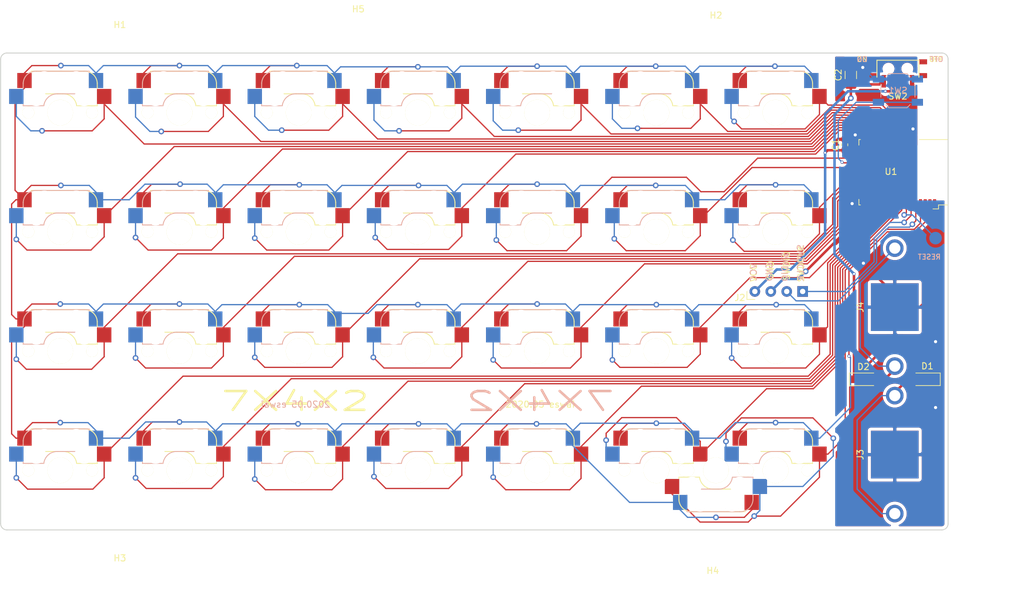
<source format=kicad_pcb>
(kicad_pcb (version 20171130) (host pcbnew "(5.1.6)-1")
  (layers (0 F.Cu signal) (31 B.Cu signal) (34 B.Paste user hide) (35 F.Paste user hide) (36 B.SilkS user) (37 F.SilkS user) (38 B.Mask user hide) (39 F.Mask user hide) (44 Edge.Cuts user))
  (net 0 "")
  (net 1 GND)
  (net 2 VCC)
  (net 3 /SWDIO)
  (net 4 /SWDCLK)
  (net 5 "Net-(C2-Pad2)")
  (net 6 "Net-(D1-Pad2)")
  (net 7 "Net-(D2-Pad2)")
  (net 8 "Net-(J1-Pad1)")
  (net 9 "Net-(SW1-Pad2)")
  (net 10 "Net-(SW2-Pad1)")
  (net 11 C1)
  (net 12 C2)
  (net 13 C3)
  (net 14 C4)
  (net 15 C5)
  (net 16 C8)
  (net 17 C9)
  (net 18 C10)
  (net 19 C11)
  (net 20 C12)
  (net 21 C13)
  (net 22 C6)
  (net 23 C7)
  (net 24 "Net-(U1-Pad2)")
  (net 25 C14)
  (net 26 C15)
  (net 27 C16)
  (net 28 C17)
  (net 29 C18)
  (net 30 C19)
  (net 31 C20)
  (net 32 C21)
  (net 33 C22)
  (net 34 C23)
  (net 35 C24)
  (net 36 C25)
  (net 37 C26)
  (net 38 C27)
  (net 39 C28)
  (net 40 R1)
  (module MountingHole:MountingHole_4.3mm_M4 (layer F.Cu) (at 109.401001 113.855521)
    (fp_text reference H5 (at 0 -45) (layer F.SilkS))
    (fp_text value MountingHole)
    (pad 1 np_thru_hole circle (at 0 0) (size 4.3 4.3) (drill 4.3) (layers *.Cu *.Mask))
  )
  (module locallib:Laird_BL652_Hand (layer F.Cu) (at 195.401001 94.855521 180)
    (fp_text reference U1 (at 1.1 0.1) (layer F.SilkS))
    (fp_text value BL652_LEFT)
    (pad 39 smd rect (at -2.85 5.1 270) (size 1.6 0.5) (layers F.Cu F.Paste F.Mask) (net 1 GND))
    (pad 38 smd rect (at -2.1 5.1 270) (size 1.6 0.5) (layers F.Cu F.Paste F.Mask) (net 23 C7))
    (pad 37 smd rect (at -1.35 5.1 270) (size 1.6 0.5) (layers F.Cu F.Paste F.Mask) (net 22 C6))
    (pad 36 smd rect (at -0.6 5.1 270) (size 1.6 0.5) (layers F.Cu F.Paste F.Mask) (net 15 C5))
    (pad 35 smd rect (at 0.15 5.1 270) (size 1.6 0.5) (layers F.Cu F.Paste F.Mask) (net 14 C4))
    (pad 34 smd rect (at 0.9 5.1 270) (size 1.6 0.5) (layers F.Cu F.Paste F.Mask) (net 13 C3))
    (pad 33 smd rect (at 1.65 5.1 270) (size 1.6 0.5) (layers F.Cu F.Paste F.Mask) (net 12 C2))
    (pad 32 smd rect (at 2.4 5.1 270) (size 1.6 0.5) (layers F.Cu F.Paste F.Mask) (net 11 C1))
    (pad 31 smd rect (at 3.15 5.1 270) (size 1.6 0.5) (layers F.Cu F.Paste F.Mask) (net 16 C8))
    (pad 30 smd rect (at 3.9 5.1 270) (size 1.6 0.5) (layers F.Cu F.Paste F.Mask) (net 17 C9))
    (pad 29 smd rect (at 4.65 5.1 270) (size 1.6 0.5) (layers F.Cu F.Paste F.Mask) (net 18 C10))
    (pad 28 smd rect (at 5.4 5.1 270) (size 1.6 0.5) (layers F.Cu F.Paste F.Mask) (net 19 C11))
    (pad 27 smd rect (at 6 3.75 180) (size 1.6 0.5) (layers F.Cu F.Paste F.Mask) (net 1 GND))
    (pad 26 smd rect (at 6 3 180) (size 1.6 0.5) (layers F.Cu F.Paste F.Mask) (net 2 VCC))
    (pad 25 smd rect (at 6 2.25 180) (size 1.6 0.5) (layers F.Cu F.Paste F.Mask) (net 20 C12))
    (pad 24 smd rect (at 6 1.5 180) (size 1.6 0.5) (layers F.Cu F.Paste F.Mask) (net 9 "Net-(SW1-Pad2)"))
    (pad 23 smd rect (at 6 0.75 180) (size 1.6 0.5) (layers F.Cu F.Paste F.Mask) (net 21 C13))
    (pad 22 smd rect (at 6 0 180) (size 1.6 0.5) (layers F.Cu F.Paste F.Mask) (net 25 C14))
    (pad 21 smd rect (at 6 -0.75 180) (size 1.6 0.5) (layers F.Cu F.Paste F.Mask) (net 26 C15))
    (pad 20 smd rect (at 6 -1.5 180) (size 1.6 0.5) (layers F.Cu F.Paste F.Mask) (net 27 C16))
    (pad 19 smd rect (at 6 -2.25 180) (size 1.6 0.5) (layers F.Cu F.Paste F.Mask) (net 28 C17))
    (pad 18 smd rect (at 6 -3 180) (size 1.6 0.5) (layers F.Cu F.Paste F.Mask) (net 29 C18))
    (pad 17 smd rect (at 6 -3.75 180) (size 1.6 0.5) (layers F.Cu F.Paste F.Mask) (net 30 C19))
    (pad 16 smd rect (at 5.4 -5.1 270) (size 1.6 0.5) (layers F.Cu F.Paste F.Mask) (net 1 GND))
    (pad 15 smd rect (at 4.65 -5.1 270) (size 1.6 0.5) (layers F.Cu F.Paste F.Mask) (net 31 C20))
    (pad 14 smd rect (at 3.9 -5.1 270) (size 1.6 0.5) (layers F.Cu F.Paste F.Mask) (net 32 C21))
    (pad 13 smd rect (at 3.15 -5.1 270) (size 1.6 0.5) (layers F.Cu F.Paste F.Mask) (net 33 C22))
    (pad 12 smd rect (at 2.4 -5.1 270) (size 1.6 0.5) (layers F.Cu F.Paste F.Mask) (net 34 C23))
    (pad 11 smd rect (at 1.65 -5.1 270) (size 1.6 0.5) (layers F.Cu F.Paste F.Mask) (net 35 C24))
    (pad 10 smd rect (at 0.9 -5.1 270) (size 1.6 0.5) (layers F.Cu F.Paste F.Mask) (net 36 C25))
    (pad 9 smd rect (at 0.15 -5.1 270) (size 1.6 0.5) (layers F.Cu F.Paste F.Mask) (net 37 C26))
    (pad 8 smd rect (at -0.6 -5.1 270) (size 1.6 0.5) (layers F.Cu F.Paste F.Mask) (net 38 C27))
    (pad 7 smd rect (at -1.35 -5.1 270) (size 1.6 0.5) (layers F.Cu F.Paste F.Mask) (net 8 "Net-(J1-Pad1)"))
    (pad 6 smd rect (at -2.1 -5.1 270) (size 1.6 0.5) (layers F.Cu F.Paste F.Mask) (net 4 /SWDCLK))
    (pad 5 smd rect (at -2.85 -5.1 270) (size 1.6 0.5) (layers F.Cu F.Paste F.Mask) (net 3 /SWDIO))
    (pad 4 smd rect (at -3.6 -5.1 270) (size 1.6 0.5) (layers F.Cu F.Paste F.Mask) (net 39 C28))
    (pad 3 smd rect (at -4.35 -5.1 270) (size 1.6 0.5) (layers F.Cu F.Paste F.Mask) (net 40 R1))
    (pad 2 smd rect (at -5.1 -5.1 270) (size 1.6 0.5) (layers F.Cu F.Paste F.Mask) (net 24 "Net-(U1-Pad2)"))
    (pad 1 smd rect (at -5.85 -5.1 270) (size 1.6 0.5) (layers F.Cu F.Paste F.Mask) (net 1 GND))
  )
  (module MountingHole:MountingHole_4.3mm_M4 (layer F.Cu) (at 166.401001 94.855521)
    (fp_text reference H2 (at 0 -25) (layer F.SilkS))
    (fp_text value MountingHole)
    (pad 1 np_thru_hole circle (at 0 0) (size 4.3 4.3) (drill 4.3) (layers *.Cu *.Mask))
  )
  (module MountingHole:MountingHole_4.3mm_M4 (layer F.Cu) (at 166.401001 131.855521)
    (fp_text reference H4 (at -0.5 26.5) (layer F.SilkS))
    (fp_text value MountingHole)
    (pad 1 np_thru_hole circle (at 0 0) (size 4.3 4.3) (drill 4.3) (layers *.Cu *.Mask))
  )
  (module MountingHole:MountingHole_4.3mm_M4 (layer F.Cu) (at 71.401001 132.855521)
    (fp_text reference H3 (at 0 23.5) (layer F.SilkS))
    (fp_text value MountingHole)
    (pad 1 np_thru_hole circle (at 0 0) (size 4.3 4.3) (drill 4.3) (layers *.Cu *.Mask))
  )
  (module MountingHole:MountingHole_4.3mm_M4 (layer F.Cu) (at 71.401001 94.855521)
    (fp_text reference H1 (at 0 -23.5) (layer F.SilkS))
    (fp_text value MountingHole)
    (pad 1 np_thru_hole circle (at 0 0) (size 4.3 4.3) (drill 4.3) (layers *.Cu *.Mask))
  )
  (module kbd:CherryMX_Hotswap (layer F.Cu) (at 166.401001 142.355521 180)
    (fp_text reference K29 hide)
    (fp_text value keyboard_parts_KEYSW hide)
    (pad 2 smd rect (at 5.7 -5.12) (size 2.3 2.4) (layers B.Cu B.Paste B.Mask) (net 40 R1))
    (pad "" np_thru_hole circle (at -5.08 0 180) (size 1.9 1.9) (drill 1.9) (layers *.Cu *.Mask F.SilkS))
    (pad "" np_thru_hole circle (at 5.08 0 180) (size 1.9 1.9) (drill 1.9) (layers *.Cu *.Mask F.SilkS))
    (pad "" np_thru_hole circle (at 0 0 270) (size 4.1 4.1) (drill 4.1) (layers *.Cu *.Mask F.SilkS))
    (pad "" np_thru_hole circle (at 2.54 -5.08) (size 3 3) (drill 3) (layers *.Cu *.Mask))
    (pad "" np_thru_hole circle (at 3.81 -2.540001) (size 3 3) (drill 3) (layers *.Cu *.Mask))
    (pad "" np_thru_hole circle (at -2.54 -5.08) (size 3 3) (drill 3) (layers *.Cu *.Mask))
    (pad "" np_thru_hole circle (at -3.81 -2.54) (size 3 3) (drill 3) (layers *.Cu *.Mask))
    (pad 2 smd rect (at -5.7 -5.12) (size 2.3 2.4) (layers F.Cu F.Paste F.Mask) (net 40 R1))
    (pad 1 smd rect (at 7 -2.58) (size 2.3 2.4) (layers F.Cu F.Paste F.Mask) (net 39 C28))
    (pad 1 smd rect (at -7 -2.58) (size 2.3 2.4) (layers B.Cu B.Paste B.Mask) (net 39 C28))
  )
  (module locallib:BK-869 (layer F.Cu) (at 194.901001 116.355521 270)
    (fp_text reference J4 (at 0 5.5 90) (layer F.SilkS))
    (fp_text value Conn_01x02_Female)
    (pad 2 smd rect (at 0 0 270) (size 7.6 7.6) (layers B.Cu B.Paste B.Mask) (net 1 GND))
    (pad 1 thru_hole circle (at 9.4 0 270) (size 2.8 2.8) (drill 1.8) (layers *.Cu *.Mask) (net 7 "Net-(D2-Pad2)"))
    (pad 1 thru_hole circle (at -9.4 0 270) (size 2.8 2.8) (drill 1.8) (layers *.Cu *.Mask) (net 7 "Net-(D2-Pad2)"))
    (pad 2 smd rect (at 0 0 270) (size 7.6 7.6) (layers F.Cu F.Paste F.Mask) (net 1 GND))
  )
  (module locallib:BK-869 (layer F.Cu) (at 194.901001 139.855521 270)
    (fp_text reference J3 (at 0 5.5 90) (layer F.SilkS))
    (fp_text value Conn_01x02_Female)
    (pad 2 smd rect (at 0 0 270) (size 7.6 7.6) (layers B.Cu B.Paste B.Mask) (net 1 GND))
    (pad 1 thru_hole circle (at 9.4 0 270) (size 2.8 2.8) (drill 1.8) (layers *.Cu *.Mask) (net 6 "Net-(D1-Pad2)"))
    (pad 1 thru_hole circle (at -9.4 0 270) (size 2.8 2.8) (drill 1.8) (layers *.Cu *.Mask) (net 6 "Net-(D1-Pad2)"))
    (pad 2 smd rect (at 0 0 270) (size 7.6 7.6) (layers F.Cu F.Paste F.Mask) (net 1 GND))
  )
  (module kbd:CherryMX_Hotswap (layer F.Cu) (at 175.901001 142.355521)
    (fp_text reference K28 hide)
    (fp_text value keyboard_parts_KEYSW hide)
    (pad 2 smd rect (at 5.7 -5.12 180) (size 2.3 2.4) (layers B.Cu B.Paste B.Mask) (net 40 R1))
    (pad "" np_thru_hole circle (at -5.08 0) (size 1.9 1.9) (drill 1.9) (layers *.Cu *.Mask F.SilkS))
    (pad "" np_thru_hole circle (at 5.08 0) (size 1.9 1.9) (drill 1.9) (layers *.Cu *.Mask F.SilkS))
    (pad "" np_thru_hole circle (at 0 0 90) (size 4.1 4.1) (drill 4.1) (layers *.Cu *.Mask F.SilkS))
    (pad "" np_thru_hole circle (at 2.54 -5.08 180) (size 3 3) (drill 3) (layers *.Cu *.Mask))
    (pad "" np_thru_hole circle (at 3.81 -2.540001 180) (size 3 3) (drill 3) (layers *.Cu *.Mask))
    (pad "" np_thru_hole circle (at -2.54 -5.08 180) (size 3 3) (drill 3) (layers *.Cu *.Mask))
    (pad "" np_thru_hole circle (at -3.81 -2.54 180) (size 3 3) (drill 3) (layers *.Cu *.Mask))
    (pad 2 smd rect (at -5.7 -5.12 180) (size 2.3 2.4) (layers F.Cu F.Paste F.Mask) (net 40 R1))
    (pad 1 smd rect (at 7 -2.58 180) (size 2.3 2.4) (layers F.Cu F.Paste F.Mask) (net 39 C28))
    (pad 1 smd rect (at -7 -2.58 180) (size 2.3 2.4) (layers B.Cu B.Paste B.Mask) (net 39 C28))
  )
  (module kbd:CherryMX_Hotswap (layer F.Cu) (at 156.901001 142.355521)
    (fp_text reference K27 hide)
    (fp_text value keyboard_parts_KEYSW hide)
    (pad 2 smd rect (at 5.7 -5.12 180) (size 2.3 2.4) (layers B.Cu B.Paste B.Mask) (net 40 R1))
    (pad "" np_thru_hole circle (at -5.08 0) (size 1.9 1.9) (drill 1.9) (layers *.Cu *.Mask F.SilkS))
    (pad "" np_thru_hole circle (at 5.08 0) (size 1.9 1.9) (drill 1.9) (layers *.Cu *.Mask F.SilkS))
    (pad "" np_thru_hole circle (at 0 0 90) (size 4.1 4.1) (drill 4.1) (layers *.Cu *.Mask F.SilkS))
    (pad "" np_thru_hole circle (at 2.54 -5.08 180) (size 3 3) (drill 3) (layers *.Cu *.Mask))
    (pad "" np_thru_hole circle (at 3.81 -2.540001 180) (size 3 3) (drill 3) (layers *.Cu *.Mask))
    (pad "" np_thru_hole circle (at -2.54 -5.08 180) (size 3 3) (drill 3) (layers *.Cu *.Mask))
    (pad "" np_thru_hole circle (at -3.81 -2.54 180) (size 3 3) (drill 3) (layers *.Cu *.Mask))
    (pad 2 smd rect (at -5.7 -5.12 180) (size 2.3 2.4) (layers F.Cu F.Paste F.Mask) (net 40 R1))
    (pad 1 smd rect (at 7 -2.58 180) (size 2.3 2.4) (layers F.Cu F.Paste F.Mask) (net 38 C27))
    (pad 1 smd rect (at -7 -2.58 180) (size 2.3 2.4) (layers B.Cu B.Paste B.Mask) (net 38 C27))
  )
  (module kbd:CherryMX_Hotswap (layer F.Cu) (at 137.901001 142.355521)
    (fp_text reference K26 hide)
    (fp_text value keyboard_parts_KEYSW hide)
    (pad 2 smd rect (at 5.7 -5.12 180) (size 2.3 2.4) (layers B.Cu B.Paste B.Mask) (net 40 R1))
    (pad "" np_thru_hole circle (at -5.08 0) (size 1.9 1.9) (drill 1.9) (layers *.Cu *.Mask F.SilkS))
    (pad "" np_thru_hole circle (at 5.08 0) (size 1.9 1.9) (drill 1.9) (layers *.Cu *.Mask F.SilkS))
    (pad "" np_thru_hole circle (at 0 0 90) (size 4.1 4.1) (drill 4.1) (layers *.Cu *.Mask F.SilkS))
    (pad "" np_thru_hole circle (at 2.54 -5.08 180) (size 3 3) (drill 3) (layers *.Cu *.Mask))
    (pad "" np_thru_hole circle (at 3.81 -2.540001 180) (size 3 3) (drill 3) (layers *.Cu *.Mask))
    (pad "" np_thru_hole circle (at -2.54 -5.08 180) (size 3 3) (drill 3) (layers *.Cu *.Mask))
    (pad "" np_thru_hole circle (at -3.81 -2.54 180) (size 3 3) (drill 3) (layers *.Cu *.Mask))
    (pad 2 smd rect (at -5.7 -5.12 180) (size 2.3 2.4) (layers F.Cu F.Paste F.Mask) (net 40 R1))
    (pad 1 smd rect (at 7 -2.58 180) (size 2.3 2.4) (layers F.Cu F.Paste F.Mask) (net 37 C26))
    (pad 1 smd rect (at -7 -2.58 180) (size 2.3 2.4) (layers B.Cu B.Paste B.Mask) (net 37 C26))
  )
  (module kbd:CherryMX_Hotswap (layer F.Cu) (at 118.901001 142.355521)
    (fp_text reference K25 hide)
    (fp_text value keyboard_parts_KEYSW hide)
    (pad 2 smd rect (at 5.7 -5.12 180) (size 2.3 2.4) (layers B.Cu B.Paste B.Mask) (net 40 R1))
    (pad "" np_thru_hole circle (at -5.08 0) (size 1.9 1.9) (drill 1.9) (layers *.Cu *.Mask F.SilkS))
    (pad "" np_thru_hole circle (at 5.08 0) (size 1.9 1.9) (drill 1.9) (layers *.Cu *.Mask F.SilkS))
    (pad "" np_thru_hole circle (at 0 0 90) (size 4.1 4.1) (drill 4.1) (layers *.Cu *.Mask F.SilkS))
    (pad "" np_thru_hole circle (at 2.54 -5.08 180) (size 3 3) (drill 3) (layers *.Cu *.Mask))
    (pad "" np_thru_hole circle (at 3.81 -2.540001 180) (size 3 3) (drill 3) (layers *.Cu *.Mask))
    (pad "" np_thru_hole circle (at -2.54 -5.08 180) (size 3 3) (drill 3) (layers *.Cu *.Mask))
    (pad "" np_thru_hole circle (at -3.81 -2.54 180) (size 3 3) (drill 3) (layers *.Cu *.Mask))
    (pad 2 smd rect (at -5.7 -5.12 180) (size 2.3 2.4) (layers F.Cu F.Paste F.Mask) (net 40 R1))
    (pad 1 smd rect (at 7 -2.58 180) (size 2.3 2.4) (layers F.Cu F.Paste F.Mask) (net 36 C25))
    (pad 1 smd rect (at -7 -2.58 180) (size 2.3 2.4) (layers B.Cu B.Paste B.Mask) (net 36 C25))
  )
  (module kbd:CherryMX_Hotswap (layer F.Cu) (at 99.901001 142.355521)
    (fp_text reference K24 hide)
    (fp_text value keyboard_parts_KEYSW hide)
    (pad 2 smd rect (at 5.7 -5.12 180) (size 2.3 2.4) (layers B.Cu B.Paste B.Mask) (net 40 R1))
    (pad "" np_thru_hole circle (at -5.08 0) (size 1.9 1.9) (drill 1.9) (layers *.Cu *.Mask F.SilkS))
    (pad "" np_thru_hole circle (at 5.08 0) (size 1.9 1.9) (drill 1.9) (layers *.Cu *.Mask F.SilkS))
    (pad "" np_thru_hole circle (at 0 0 90) (size 4.1 4.1) (drill 4.1) (layers *.Cu *.Mask F.SilkS))
    (pad "" np_thru_hole circle (at 2.54 -5.08 180) (size 3 3) (drill 3) (layers *.Cu *.Mask))
    (pad "" np_thru_hole circle (at 3.81 -2.540001 180) (size 3 3) (drill 3) (layers *.Cu *.Mask))
    (pad "" np_thru_hole circle (at -2.54 -5.08 180) (size 3 3) (drill 3) (layers *.Cu *.Mask))
    (pad "" np_thru_hole circle (at -3.81 -2.54 180) (size 3 3) (drill 3) (layers *.Cu *.Mask))
    (pad 2 smd rect (at -5.7 -5.12 180) (size 2.3 2.4) (layers F.Cu F.Paste F.Mask) (net 40 R1))
    (pad 1 smd rect (at 7 -2.58 180) (size 2.3 2.4) (layers F.Cu F.Paste F.Mask) (net 35 C24))
    (pad 1 smd rect (at -7 -2.58 180) (size 2.3 2.4) (layers B.Cu B.Paste B.Mask) (net 35 C24))
  )
  (module kbd:CherryMX_Hotswap (layer F.Cu) (at 80.901001 142.355521)
    (fp_text reference K23 hide)
    (fp_text value keyboard_parts_KEYSW hide)
    (pad 2 smd rect (at 5.7 -5.12 180) (size 2.3 2.4) (layers B.Cu B.Paste B.Mask) (net 40 R1))
    (pad "" np_thru_hole circle (at -5.08 0) (size 1.9 1.9) (drill 1.9) (layers *.Cu *.Mask F.SilkS))
    (pad "" np_thru_hole circle (at 5.08 0) (size 1.9 1.9) (drill 1.9) (layers *.Cu *.Mask F.SilkS))
    (pad "" np_thru_hole circle (at 0 0 90) (size 4.1 4.1) (drill 4.1) (layers *.Cu *.Mask F.SilkS))
    (pad "" np_thru_hole circle (at 2.54 -5.08 180) (size 3 3) (drill 3) (layers *.Cu *.Mask))
    (pad "" np_thru_hole circle (at 3.81 -2.540001 180) (size 3 3) (drill 3) (layers *.Cu *.Mask))
    (pad "" np_thru_hole circle (at -2.54 -5.08 180) (size 3 3) (drill 3) (layers *.Cu *.Mask))
    (pad "" np_thru_hole circle (at -3.81 -2.54 180) (size 3 3) (drill 3) (layers *.Cu *.Mask))
    (pad 2 smd rect (at -5.7 -5.12 180) (size 2.3 2.4) (layers F.Cu F.Paste F.Mask) (net 40 R1))
    (pad 1 smd rect (at 7 -2.58 180) (size 2.3 2.4) (layers F.Cu F.Paste F.Mask) (net 34 C23))
    (pad 1 smd rect (at -7 -2.58 180) (size 2.3 2.4) (layers B.Cu B.Paste B.Mask) (net 34 C23))
  )
  (module kbd:CherryMX_Hotswap (layer F.Cu) (at 61.901001 142.355521)
    (fp_text reference K22 hide)
    (fp_text value keyboard_parts_KEYSW hide)
    (pad 2 smd rect (at 5.7 -5.12 180) (size 2.3 2.4) (layers B.Cu B.Paste B.Mask) (net 40 R1))
    (pad "" np_thru_hole circle (at -5.08 0) (size 1.9 1.9) (drill 1.9) (layers *.Cu *.Mask F.SilkS))
    (pad "" np_thru_hole circle (at 5.08 0) (size 1.9 1.9) (drill 1.9) (layers *.Cu *.Mask F.SilkS))
    (pad "" np_thru_hole circle (at 0 0 90) (size 4.1 4.1) (drill 4.1) (layers *.Cu *.Mask F.SilkS))
    (pad "" np_thru_hole circle (at 2.54 -5.08 180) (size 3 3) (drill 3) (layers *.Cu *.Mask))
    (pad "" np_thru_hole circle (at 3.81 -2.540001 180) (size 3 3) (drill 3) (layers *.Cu *.Mask))
    (pad "" np_thru_hole circle (at -2.54 -5.08 180) (size 3 3) (drill 3) (layers *.Cu *.Mask))
    (pad "" np_thru_hole circle (at -3.81 -2.54 180) (size 3 3) (drill 3) (layers *.Cu *.Mask))
    (pad 2 smd rect (at -5.7 -5.12 180) (size 2.3 2.4) (layers F.Cu F.Paste F.Mask) (net 40 R1))
    (pad 1 smd rect (at 7 -2.58 180) (size 2.3 2.4) (layers F.Cu F.Paste F.Mask) (net 33 C22))
    (pad 1 smd rect (at -7 -2.58 180) (size 2.3 2.4) (layers B.Cu B.Paste B.Mask) (net 33 C22))
  )
  (module kbd:CherryMX_Hotswap (layer F.Cu) (at 175.901001 123.355521)
    (fp_text reference K21 hide)
    (fp_text value keyboard_parts_KEYSW hide)
    (pad 2 smd rect (at 5.7 -5.12 180) (size 2.3 2.4) (layers B.Cu B.Paste B.Mask) (net 40 R1))
    (pad "" np_thru_hole circle (at -5.08 0) (size 1.9 1.9) (drill 1.9) (layers *.Cu *.Mask F.SilkS))
    (pad "" np_thru_hole circle (at 5.08 0) (size 1.9 1.9) (drill 1.9) (layers *.Cu *.Mask F.SilkS))
    (pad "" np_thru_hole circle (at 0 0 90) (size 4.1 4.1) (drill 4.1) (layers *.Cu *.Mask F.SilkS))
    (pad "" np_thru_hole circle (at 2.54 -5.08 180) (size 3 3) (drill 3) (layers *.Cu *.Mask))
    (pad "" np_thru_hole circle (at 3.81 -2.540001 180) (size 3 3) (drill 3) (layers *.Cu *.Mask))
    (pad "" np_thru_hole circle (at -2.54 -5.08 180) (size 3 3) (drill 3) (layers *.Cu *.Mask))
    (pad "" np_thru_hole circle (at -3.81 -2.54 180) (size 3 3) (drill 3) (layers *.Cu *.Mask))
    (pad 2 smd rect (at -5.7 -5.12 180) (size 2.3 2.4) (layers F.Cu F.Paste F.Mask) (net 40 R1))
    (pad 1 smd rect (at 7 -2.58 180) (size 2.3 2.4) (layers F.Cu F.Paste F.Mask) (net 32 C21))
    (pad 1 smd rect (at -7 -2.58 180) (size 2.3 2.4) (layers B.Cu B.Paste B.Mask) (net 32 C21))
  )
  (module kbd:CherryMX_Hotswap (layer F.Cu) (at 156.901001 123.355521)
    (fp_text reference K20 hide)
    (fp_text value keyboard_parts_KEYSW hide)
    (pad 2 smd rect (at 5.7 -5.12 180) (size 2.3 2.4) (layers B.Cu B.Paste B.Mask) (net 40 R1))
    (pad "" np_thru_hole circle (at -5.08 0) (size 1.9 1.9) (drill 1.9) (layers *.Cu *.Mask F.SilkS))
    (pad "" np_thru_hole circle (at 5.08 0) (size 1.9 1.9) (drill 1.9) (layers *.Cu *.Mask F.SilkS))
    (pad "" np_thru_hole circle (at 0 0 90) (size 4.1 4.1) (drill 4.1) (layers *.Cu *.Mask F.SilkS))
    (pad "" np_thru_hole circle (at 2.54 -5.08 180) (size 3 3) (drill 3) (layers *.Cu *.Mask))
    (pad "" np_thru_hole circle (at 3.81 -2.540001 180) (size 3 3) (drill 3) (layers *.Cu *.Mask))
    (pad "" np_thru_hole circle (at -2.54 -5.08 180) (size 3 3) (drill 3) (layers *.Cu *.Mask))
    (pad "" np_thru_hole circle (at -3.81 -2.54 180) (size 3 3) (drill 3) (layers *.Cu *.Mask))
    (pad 2 smd rect (at -5.7 -5.12 180) (size 2.3 2.4) (layers F.Cu F.Paste F.Mask) (net 40 R1))
    (pad 1 smd rect (at 7 -2.58 180) (size 2.3 2.4) (layers F.Cu F.Paste F.Mask) (net 31 C20))
    (pad 1 smd rect (at -7 -2.58 180) (size 2.3 2.4) (layers B.Cu B.Paste B.Mask) (net 31 C20))
  )
  (module kbd:CherryMX_Hotswap (layer F.Cu) (at 137.901001 123.355521)
    (fp_text reference K19 hide)
    (fp_text value keyboard_parts_KEYSW hide)
    (pad 2 smd rect (at 5.7 -5.12 180) (size 2.3 2.4) (layers B.Cu B.Paste B.Mask) (net 40 R1))
    (pad "" np_thru_hole circle (at -5.08 0) (size 1.9 1.9) (drill 1.9) (layers *.Cu *.Mask F.SilkS))
    (pad "" np_thru_hole circle (at 5.08 0) (size 1.9 1.9) (drill 1.9) (layers *.Cu *.Mask F.SilkS))
    (pad "" np_thru_hole circle (at 0 0 90) (size 4.1 4.1) (drill 4.1) (layers *.Cu *.Mask F.SilkS))
    (pad "" np_thru_hole circle (at 2.54 -5.08 180) (size 3 3) (drill 3) (layers *.Cu *.Mask))
    (pad "" np_thru_hole circle (at 3.81 -2.540001 180) (size 3 3) (drill 3) (layers *.Cu *.Mask))
    (pad "" np_thru_hole circle (at -2.54 -5.08 180) (size 3 3) (drill 3) (layers *.Cu *.Mask))
    (pad "" np_thru_hole circle (at -3.81 -2.54 180) (size 3 3) (drill 3) (layers *.Cu *.Mask))
    (pad 2 smd rect (at -5.7 -5.12 180) (size 2.3 2.4) (layers F.Cu F.Paste F.Mask) (net 40 R1))
    (pad 1 smd rect (at 7 -2.58 180) (size 2.3 2.4) (layers F.Cu F.Paste F.Mask) (net 30 C19))
    (pad 1 smd rect (at -7 -2.58 180) (size 2.3 2.4) (layers B.Cu B.Paste B.Mask) (net 30 C19))
  )
  (module kbd:CherryMX_Hotswap (layer F.Cu) (at 118.901001 123.355521)
    (fp_text reference K18 hide)
    (fp_text value keyboard_parts_KEYSW hide)
    (pad 2 smd rect (at 5.7 -5.12 180) (size 2.3 2.4) (layers B.Cu B.Paste B.Mask) (net 40 R1))
    (pad "" np_thru_hole circle (at -5.08 0) (size 1.9 1.9) (drill 1.9) (layers *.Cu *.Mask F.SilkS))
    (pad "" np_thru_hole circle (at 5.08 0) (size 1.9 1.9) (drill 1.9) (layers *.Cu *.Mask F.SilkS))
    (pad "" np_thru_hole circle (at 0 0 90) (size 4.1 4.1) (drill 4.1) (layers *.Cu *.Mask F.SilkS))
    (pad "" np_thru_hole circle (at 2.54 -5.08 180) (size 3 3) (drill 3) (layers *.Cu *.Mask))
    (pad "" np_thru_hole circle (at 3.81 -2.540001 180) (size 3 3) (drill 3) (layers *.Cu *.Mask))
    (pad "" np_thru_hole circle (at -2.54 -5.08 180) (size 3 3) (drill 3) (layers *.Cu *.Mask))
    (pad "" np_thru_hole circle (at -3.81 -2.54 180) (size 3 3) (drill 3) (layers *.Cu *.Mask))
    (pad 2 smd rect (at -5.7 -5.12 180) (size 2.3 2.4) (layers F.Cu F.Paste F.Mask) (net 40 R1))
    (pad 1 smd rect (at 7 -2.58 180) (size 2.3 2.4) (layers F.Cu F.Paste F.Mask) (net 29 C18))
    (pad 1 smd rect (at -7 -2.58 180) (size 2.3 2.4) (layers B.Cu B.Paste B.Mask) (net 29 C18))
  )
  (module kbd:CherryMX_Hotswap (layer F.Cu) (at 99.901001 123.355521)
    (fp_text reference K17 hide)
    (fp_text value keyboard_parts_KEYSW hide)
    (pad 2 smd rect (at 5.7 -5.12 180) (size 2.3 2.4) (layers B.Cu B.Paste B.Mask) (net 40 R1))
    (pad "" np_thru_hole circle (at -5.08 0) (size 1.9 1.9) (drill 1.9) (layers *.Cu *.Mask F.SilkS))
    (pad "" np_thru_hole circle (at 5.08 0) (size 1.9 1.9) (drill 1.9) (layers *.Cu *.Mask F.SilkS))
    (pad "" np_thru_hole circle (at 0 0 90) (size 4.1 4.1) (drill 4.1) (layers *.Cu *.Mask F.SilkS))
    (pad "" np_thru_hole circle (at 2.54 -5.08 180) (size 3 3) (drill 3) (layers *.Cu *.Mask))
    (pad "" np_thru_hole circle (at 3.81 -2.540001 180) (size 3 3) (drill 3) (layers *.Cu *.Mask))
    (pad "" np_thru_hole circle (at -2.54 -5.08 180) (size 3 3) (drill 3) (layers *.Cu *.Mask))
    (pad "" np_thru_hole circle (at -3.81 -2.54 180) (size 3 3) (drill 3) (layers *.Cu *.Mask))
    (pad 2 smd rect (at -5.7 -5.12 180) (size 2.3 2.4) (layers F.Cu F.Paste F.Mask) (net 40 R1))
    (pad 1 smd rect (at 7 -2.58 180) (size 2.3 2.4) (layers F.Cu F.Paste F.Mask) (net 28 C17))
    (pad 1 smd rect (at -7 -2.58 180) (size 2.3 2.4) (layers B.Cu B.Paste B.Mask) (net 28 C17))
  )
  (module kbd:CherryMX_Hotswap (layer F.Cu) (at 80.901001 123.355521)
    (fp_text reference K16 hide)
    (fp_text value keyboard_parts_KEYSW hide)
    (pad 2 smd rect (at 5.7 -5.12 180) (size 2.3 2.4) (layers B.Cu B.Paste B.Mask) (net 40 R1))
    (pad "" np_thru_hole circle (at -5.08 0) (size 1.9 1.9) (drill 1.9) (layers *.Cu *.Mask F.SilkS))
    (pad "" np_thru_hole circle (at 5.08 0) (size 1.9 1.9) (drill 1.9) (layers *.Cu *.Mask F.SilkS))
    (pad "" np_thru_hole circle (at 0 0 90) (size 4.1 4.1) (drill 4.1) (layers *.Cu *.Mask F.SilkS))
    (pad "" np_thru_hole circle (at 2.54 -5.08 180) (size 3 3) (drill 3) (layers *.Cu *.Mask))
    (pad "" np_thru_hole circle (at 3.81 -2.540001 180) (size 3 3) (drill 3) (layers *.Cu *.Mask))
    (pad "" np_thru_hole circle (at -2.54 -5.08 180) (size 3 3) (drill 3) (layers *.Cu *.Mask))
    (pad "" np_thru_hole circle (at -3.81 -2.54 180) (size 3 3) (drill 3) (layers *.Cu *.Mask))
    (pad 2 smd rect (at -5.7 -5.12 180) (size 2.3 2.4) (layers F.Cu F.Paste F.Mask) (net 40 R1))
    (pad 1 smd rect (at 7 -2.58 180) (size 2.3 2.4) (layers F.Cu F.Paste F.Mask) (net 27 C16))
    (pad 1 smd rect (at -7 -2.58 180) (size 2.3 2.4) (layers B.Cu B.Paste B.Mask) (net 27 C16))
  )
  (module kbd:CherryMX_Hotswap (layer F.Cu) (at 61.901001 123.355521)
    (fp_text reference K15 hide)
    (fp_text value keyboard_parts_KEYSW hide)
    (pad 2 smd rect (at 5.7 -5.12 180) (size 2.3 2.4) (layers B.Cu B.Paste B.Mask) (net 40 R1))
    (pad "" np_thru_hole circle (at -5.08 0) (size 1.9 1.9) (drill 1.9) (layers *.Cu *.Mask F.SilkS))
    (pad "" np_thru_hole circle (at 5.08 0) (size 1.9 1.9) (drill 1.9) (layers *.Cu *.Mask F.SilkS))
    (pad "" np_thru_hole circle (at 0 0 90) (size 4.1 4.1) (drill 4.1) (layers *.Cu *.Mask F.SilkS))
    (pad "" np_thru_hole circle (at 2.54 -5.08 180) (size 3 3) (drill 3) (layers *.Cu *.Mask))
    (pad "" np_thru_hole circle (at 3.81 -2.540001 180) (size 3 3) (drill 3) (layers *.Cu *.Mask))
    (pad "" np_thru_hole circle (at -2.54 -5.08 180) (size 3 3) (drill 3) (layers *.Cu *.Mask))
    (pad "" np_thru_hole circle (at -3.81 -2.54 180) (size 3 3) (drill 3) (layers *.Cu *.Mask))
    (pad 2 smd rect (at -5.7 -5.12 180) (size 2.3 2.4) (layers F.Cu F.Paste F.Mask) (net 40 R1))
    (pad 1 smd rect (at 7 -2.58 180) (size 2.3 2.4) (layers F.Cu F.Paste F.Mask) (net 26 C15))
    (pad 1 smd rect (at -7 -2.58 180) (size 2.3 2.4) (layers B.Cu B.Paste B.Mask) (net 26 C15))
  )
  (module kbd:CherryMX_Hotswap (layer F.Cu) (at 175.901001 104.355521)
    (fp_text reference K14 hide)
    (fp_text value keyboard_parts_KEYSW hide)
    (pad 2 smd rect (at 5.7 -5.12 180) (size 2.3 2.4) (layers B.Cu B.Paste B.Mask) (net 40 R1))
    (pad "" np_thru_hole circle (at -5.08 0) (size 1.9 1.9) (drill 1.9) (layers *.Cu *.Mask F.SilkS))
    (pad "" np_thru_hole circle (at 5.08 0) (size 1.9 1.9) (drill 1.9) (layers *.Cu *.Mask F.SilkS))
    (pad "" np_thru_hole circle (at 0 0 90) (size 4.1 4.1) (drill 4.1) (layers *.Cu *.Mask F.SilkS))
    (pad "" np_thru_hole circle (at 2.54 -5.08 180) (size 3 3) (drill 3) (layers *.Cu *.Mask))
    (pad "" np_thru_hole circle (at 3.81 -2.540001 180) (size 3 3) (drill 3) (layers *.Cu *.Mask))
    (pad "" np_thru_hole circle (at -2.54 -5.08 180) (size 3 3) (drill 3) (layers *.Cu *.Mask))
    (pad "" np_thru_hole circle (at -3.81 -2.54 180) (size 3 3) (drill 3) (layers *.Cu *.Mask))
    (pad 2 smd rect (at -5.7 -5.12 180) (size 2.3 2.4) (layers F.Cu F.Paste F.Mask) (net 40 R1))
    (pad 1 smd rect (at 7 -2.58 180) (size 2.3 2.4) (layers F.Cu F.Paste F.Mask) (net 25 C14))
    (pad 1 smd rect (at -7 -2.58 180) (size 2.3 2.4) (layers B.Cu B.Paste B.Mask) (net 25 C14))
  )
  (module kbd:CherryMX_Hotswap (layer F.Cu) (at 156.901001 104.355521)
    (fp_text reference K13 hide)
    (fp_text value keyboard_parts_KEYSW hide)
    (pad 2 smd rect (at 5.7 -5.12 180) (size 2.3 2.4) (layers B.Cu B.Paste B.Mask) (net 40 R1))
    (pad "" np_thru_hole circle (at -5.08 0) (size 1.9 1.9) (drill 1.9) (layers *.Cu *.Mask F.SilkS))
    (pad "" np_thru_hole circle (at 5.08 0) (size 1.9 1.9) (drill 1.9) (layers *.Cu *.Mask F.SilkS))
    (pad "" np_thru_hole circle (at 0 0 90) (size 4.1 4.1) (drill 4.1) (layers *.Cu *.Mask F.SilkS))
    (pad "" np_thru_hole circle (at 2.54 -5.08 180) (size 3 3) (drill 3) (layers *.Cu *.Mask))
    (pad "" np_thru_hole circle (at 3.81 -2.540001 180) (size 3 3) (drill 3) (layers *.Cu *.Mask))
    (pad "" np_thru_hole circle (at -2.54 -5.08 180) (size 3 3) (drill 3) (layers *.Cu *.Mask))
    (pad "" np_thru_hole circle (at -3.81 -2.54 180) (size 3 3) (drill 3) (layers *.Cu *.Mask))
    (pad 2 smd rect (at -5.7 -5.12 180) (size 2.3 2.4) (layers F.Cu F.Paste F.Mask) (net 40 R1))
    (pad 1 smd rect (at 7 -2.58 180) (size 2.3 2.4) (layers F.Cu F.Paste F.Mask) (net 21 C13))
    (pad 1 smd rect (at -7 -2.58 180) (size 2.3 2.4) (layers B.Cu B.Paste B.Mask) (net 21 C13))
  )
  (module kbd:CherryMX_Hotswap (layer F.Cu) (at 137.901001 104.355521)
    (fp_text reference K12 hide)
    (fp_text value keyboard_parts_KEYSW hide)
    (pad 2 smd rect (at 5.7 -5.12 180) (size 2.3 2.4) (layers B.Cu B.Paste B.Mask) (net 40 R1))
    (pad "" np_thru_hole circle (at -5.08 0) (size 1.9 1.9) (drill 1.9) (layers *.Cu *.Mask F.SilkS))
    (pad "" np_thru_hole circle (at 5.08 0) (size 1.9 1.9) (drill 1.9) (layers *.Cu *.Mask F.SilkS))
    (pad "" np_thru_hole circle (at 0 0 90) (size 4.1 4.1) (drill 4.1) (layers *.Cu *.Mask F.SilkS))
    (pad "" np_thru_hole circle (at 2.54 -5.08 180) (size 3 3) (drill 3) (layers *.Cu *.Mask))
    (pad "" np_thru_hole circle (at 3.81 -2.540001 180) (size 3 3) (drill 3) (layers *.Cu *.Mask))
    (pad "" np_thru_hole circle (at -2.54 -5.08 180) (size 3 3) (drill 3) (layers *.Cu *.Mask))
    (pad "" np_thru_hole circle (at -3.81 -2.54 180) (size 3 3) (drill 3) (layers *.Cu *.Mask))
    (pad 2 smd rect (at -5.7 -5.12 180) (size 2.3 2.4) (layers F.Cu F.Paste F.Mask) (net 40 R1))
    (pad 1 smd rect (at 7 -2.58 180) (size 2.3 2.4) (layers F.Cu F.Paste F.Mask) (net 20 C12))
    (pad 1 smd rect (at -7 -2.58 180) (size 2.3 2.4) (layers B.Cu B.Paste B.Mask) (net 20 C12))
  )
  (module kbd:CherryMX_Hotswap (layer F.Cu) (at 118.901001 104.355521)
    (fp_text reference K11 hide)
    (fp_text value keyboard_parts_KEYSW hide)
    (pad 2 smd rect (at 5.7 -5.12 180) (size 2.3 2.4) (layers B.Cu B.Paste B.Mask) (net 40 R1))
    (pad "" np_thru_hole circle (at -5.08 0) (size 1.9 1.9) (drill 1.9) (layers *.Cu *.Mask F.SilkS))
    (pad "" np_thru_hole circle (at 5.08 0) (size 1.9 1.9) (drill 1.9) (layers *.Cu *.Mask F.SilkS))
    (pad "" np_thru_hole circle (at 0 0 90) (size 4.1 4.1) (drill 4.1) (layers *.Cu *.Mask F.SilkS))
    (pad "" np_thru_hole circle (at 2.54 -5.08 180) (size 3 3) (drill 3) (layers *.Cu *.Mask))
    (pad "" np_thru_hole circle (at 3.81 -2.540001 180) (size 3 3) (drill 3) (layers *.Cu *.Mask))
    (pad "" np_thru_hole circle (at -2.54 -5.08 180) (size 3 3) (drill 3) (layers *.Cu *.Mask))
    (pad "" np_thru_hole circle (at -3.81 -2.54 180) (size 3 3) (drill 3) (layers *.Cu *.Mask))
    (pad 2 smd rect (at -5.7 -5.12 180) (size 2.3 2.4) (layers F.Cu F.Paste F.Mask) (net 40 R1))
    (pad 1 smd rect (at 7 -2.58 180) (size 2.3 2.4) (layers F.Cu F.Paste F.Mask) (net 19 C11))
    (pad 1 smd rect (at -7 -2.58 180) (size 2.3 2.4) (layers B.Cu B.Paste B.Mask) (net 19 C11))
  )
  (module kbd:CherryMX_Hotswap (layer F.Cu) (at 99.901001 104.355521)
    (fp_text reference K10 hide)
    (fp_text value keyboard_parts_KEYSW hide)
    (pad 2 smd rect (at 5.7 -5.12 180) (size 2.3 2.4) (layers B.Cu B.Paste B.Mask) (net 40 R1))
    (pad "" np_thru_hole circle (at -5.08 0) (size 1.9 1.9) (drill 1.9) (layers *.Cu *.Mask F.SilkS))
    (pad "" np_thru_hole circle (at 5.08 0) (size 1.9 1.9) (drill 1.9) (layers *.Cu *.Mask F.SilkS))
    (pad "" np_thru_hole circle (at 0 0 90) (size 4.1 4.1) (drill 4.1) (layers *.Cu *.Mask F.SilkS))
    (pad "" np_thru_hole circle (at 2.54 -5.08 180) (size 3 3) (drill 3) (layers *.Cu *.Mask))
    (pad "" np_thru_hole circle (at 3.81 -2.540001 180) (size 3 3) (drill 3) (layers *.Cu *.Mask))
    (pad "" np_thru_hole circle (at -2.54 -5.08 180) (size 3 3) (drill 3) (layers *.Cu *.Mask))
    (pad "" np_thru_hole circle (at -3.81 -2.54 180) (size 3 3) (drill 3) (layers *.Cu *.Mask))
    (pad 2 smd rect (at -5.7 -5.12 180) (size 2.3 2.4) (layers F.Cu F.Paste F.Mask) (net 40 R1))
    (pad 1 smd rect (at 7 -2.58 180) (size 2.3 2.4) (layers F.Cu F.Paste F.Mask) (net 18 C10))
    (pad 1 smd rect (at -7 -2.58 180) (size 2.3 2.4) (layers B.Cu B.Paste B.Mask) (net 18 C10))
  )
  (module kbd:CherryMX_Hotswap (layer F.Cu) (at 80.901001 104.355521)
    (fp_text reference K9 hide)
    (fp_text value keyboard_parts_KEYSW hide)
    (pad 2 smd rect (at 5.7 -5.12 180) (size 2.3 2.4) (layers B.Cu B.Paste B.Mask) (net 40 R1))
    (pad "" np_thru_hole circle (at -5.08 0) (size 1.9 1.9) (drill 1.9) (layers *.Cu *.Mask F.SilkS))
    (pad "" np_thru_hole circle (at 5.08 0) (size 1.9 1.9) (drill 1.9) (layers *.Cu *.Mask F.SilkS))
    (pad "" np_thru_hole circle (at 0 0 90) (size 4.1 4.1) (drill 4.1) (layers *.Cu *.Mask F.SilkS))
    (pad "" np_thru_hole circle (at 2.54 -5.08 180) (size 3 3) (drill 3) (layers *.Cu *.Mask))
    (pad "" np_thru_hole circle (at 3.81 -2.540001 180) (size 3 3) (drill 3) (layers *.Cu *.Mask))
    (pad "" np_thru_hole circle (at -2.54 -5.08 180) (size 3 3) (drill 3) (layers *.Cu *.Mask))
    (pad "" np_thru_hole circle (at -3.81 -2.54 180) (size 3 3) (drill 3) (layers *.Cu *.Mask))
    (pad 2 smd rect (at -5.7 -5.12 180) (size 2.3 2.4) (layers F.Cu F.Paste F.Mask) (net 40 R1))
    (pad 1 smd rect (at 7 -2.58 180) (size 2.3 2.4) (layers F.Cu F.Paste F.Mask) (net 17 C9))
    (pad 1 smd rect (at -7 -2.58 180) (size 2.3 2.4) (layers B.Cu B.Paste B.Mask) (net 17 C9))
  )
  (module kbd:CherryMX_Hotswap (layer F.Cu) (at 61.901001 104.355521)
    (fp_text reference K8 hide)
    (fp_text value keyboard_parts_KEYSW hide)
    (pad 2 smd rect (at 5.7 -5.12 180) (size 2.3 2.4) (layers B.Cu B.Paste B.Mask) (net 40 R1))
    (pad "" np_thru_hole circle (at -5.08 0) (size 1.9 1.9) (drill 1.9) (layers *.Cu *.Mask F.SilkS))
    (pad "" np_thru_hole circle (at 5.08 0) (size 1.9 1.9) (drill 1.9) (layers *.Cu *.Mask F.SilkS))
    (pad "" np_thru_hole circle (at 0 0 90) (size 4.1 4.1) (drill 4.1) (layers *.Cu *.Mask F.SilkS))
    (pad "" np_thru_hole circle (at 2.54 -5.08 180) (size 3 3) (drill 3) (layers *.Cu *.Mask))
    (pad "" np_thru_hole circle (at 3.81 -2.540001 180) (size 3 3) (drill 3) (layers *.Cu *.Mask))
    (pad "" np_thru_hole circle (at -2.54 -5.08 180) (size 3 3) (drill 3) (layers *.Cu *.Mask))
    (pad "" np_thru_hole circle (at -3.81 -2.54 180) (size 3 3) (drill 3) (layers *.Cu *.Mask))
    (pad 2 smd rect (at -5.7 -5.12 180) (size 2.3 2.4) (layers F.Cu F.Paste F.Mask) (net 40 R1))
    (pad 1 smd rect (at 7 -2.58 180) (size 2.3 2.4) (layers F.Cu F.Paste F.Mask) (net 16 C8))
    (pad 1 smd rect (at -7 -2.58 180) (size 2.3 2.4) (layers B.Cu B.Paste B.Mask) (net 16 C8))
  )
  (module kbd:CherryMX_Hotswap (layer F.Cu) (at 175.901001 85.355521)
    (fp_text reference K7 hide)
    (fp_text value keyboard_parts_KEYSW hide)
    (pad 2 smd rect (at 5.7 -5.12 180) (size 2.3 2.4) (layers B.Cu B.Paste B.Mask) (net 40 R1))
    (pad "" np_thru_hole circle (at -5.08 0) (size 1.9 1.9) (drill 1.9) (layers *.Cu *.Mask F.SilkS))
    (pad "" np_thru_hole circle (at 5.08 0) (size 1.9 1.9) (drill 1.9) (layers *.Cu *.Mask F.SilkS))
    (pad "" np_thru_hole circle (at 0 0 90) (size 4.1 4.1) (drill 4.1) (layers *.Cu *.Mask F.SilkS))
    (pad "" np_thru_hole circle (at 2.54 -5.08 180) (size 3 3) (drill 3) (layers *.Cu *.Mask))
    (pad "" np_thru_hole circle (at 3.81 -2.540001 180) (size 3 3) (drill 3) (layers *.Cu *.Mask))
    (pad "" np_thru_hole circle (at -2.54 -5.08 180) (size 3 3) (drill 3) (layers *.Cu *.Mask))
    (pad "" np_thru_hole circle (at -3.81 -2.54 180) (size 3 3) (drill 3) (layers *.Cu *.Mask))
    (pad 2 smd rect (at -5.7 -5.12 180) (size 2.3 2.4) (layers F.Cu F.Paste F.Mask) (net 40 R1))
    (pad 1 smd rect (at 7 -2.58 180) (size 2.3 2.4) (layers F.Cu F.Paste F.Mask) (net 23 C7))
    (pad 1 smd rect (at -7 -2.58 180) (size 2.3 2.4) (layers B.Cu B.Paste B.Mask) (net 23 C7))
  )
  (module kbd:CherryMX_Hotswap (layer F.Cu) (at 156.901001 85.355521)
    (fp_text reference K6 hide)
    (fp_text value keyboard_parts_KEYSW hide)
    (pad 2 smd rect (at 5.7 -5.12 180) (size 2.3 2.4) (layers B.Cu B.Paste B.Mask) (net 40 R1))
    (pad "" np_thru_hole circle (at -5.08 0) (size 1.9 1.9) (drill 1.9) (layers *.Cu *.Mask F.SilkS))
    (pad "" np_thru_hole circle (at 5.08 0) (size 1.9 1.9) (drill 1.9) (layers *.Cu *.Mask F.SilkS))
    (pad "" np_thru_hole circle (at 0 0 90) (size 4.1 4.1) (drill 4.1) (layers *.Cu *.Mask F.SilkS))
    (pad "" np_thru_hole circle (at 2.54 -5.08 180) (size 3 3) (drill 3) (layers *.Cu *.Mask))
    (pad "" np_thru_hole circle (at 3.81 -2.540001 180) (size 3 3) (drill 3) (layers *.Cu *.Mask))
    (pad "" np_thru_hole circle (at -2.54 -5.08 180) (size 3 3) (drill 3) (layers *.Cu *.Mask))
    (pad "" np_thru_hole circle (at -3.81 -2.54 180) (size 3 3) (drill 3) (layers *.Cu *.Mask))
    (pad 2 smd rect (at -5.7 -5.12 180) (size 2.3 2.4) (layers F.Cu F.Paste F.Mask) (net 40 R1))
    (pad 1 smd rect (at 7 -2.58 180) (size 2.3 2.4) (layers F.Cu F.Paste F.Mask) (net 22 C6))
    (pad 1 smd rect (at -7 -2.58 180) (size 2.3 2.4) (layers B.Cu B.Paste B.Mask) (net 22 C6))
  )
  (module kbd:CherryMX_Hotswap (layer F.Cu) (at 137.901001 85.355521)
    (fp_text reference K5 hide)
    (fp_text value keyboard_parts_KEYSW hide)
    (pad 2 smd rect (at 5.7 -5.12 180) (size 2.3 2.4) (layers B.Cu B.Paste B.Mask) (net 40 R1))
    (pad "" np_thru_hole circle (at -5.08 0) (size 1.9 1.9) (drill 1.9) (layers *.Cu *.Mask F.SilkS))
    (pad "" np_thru_hole circle (at 5.08 0) (size 1.9 1.9) (drill 1.9) (layers *.Cu *.Mask F.SilkS))
    (pad "" np_thru_hole circle (at 0 0 90) (size 4.1 4.1) (drill 4.1) (layers *.Cu *.Mask F.SilkS))
    (pad "" np_thru_hole circle (at 2.54 -5.08 180) (size 3 3) (drill 3) (layers *.Cu *.Mask))
    (pad "" np_thru_hole circle (at 3.81 -2.540001 180) (size 3 3) (drill 3) (layers *.Cu *.Mask))
    (pad "" np_thru_hole circle (at -2.54 -5.08 180) (size 3 3) (drill 3) (layers *.Cu *.Mask))
    (pad "" np_thru_hole circle (at -3.81 -2.54 180) (size 3 3) (drill 3) (layers *.Cu *.Mask))
    (pad 2 smd rect (at -5.7 -5.12 180) (size 2.3 2.4) (layers F.Cu F.Paste F.Mask) (net 40 R1))
    (pad 1 smd rect (at 7 -2.58 180) (size 2.3 2.4) (layers F.Cu F.Paste F.Mask) (net 15 C5))
    (pad 1 smd rect (at -7 -2.58 180) (size 2.3 2.4) (layers B.Cu B.Paste B.Mask) (net 15 C5))
  )
  (module kbd:CherryMX_Hotswap (layer F.Cu) (at 118.901001 85.355521)
    (fp_text reference K4 hide)
    (fp_text value keyboard_parts_KEYSW hide)
    (pad 2 smd rect (at 5.7 -5.12 180) (size 2.3 2.4) (layers B.Cu B.Paste B.Mask) (net 40 R1))
    (pad "" np_thru_hole circle (at -5.08 0) (size 1.9 1.9) (drill 1.9) (layers *.Cu *.Mask F.SilkS))
    (pad "" np_thru_hole circle (at 5.08 0) (size 1.9 1.9) (drill 1.9) (layers *.Cu *.Mask F.SilkS))
    (pad "" np_thru_hole circle (at 0 0 90) (size 4.1 4.1) (drill 4.1) (layers *.Cu *.Mask F.SilkS))
    (pad "" np_thru_hole circle (at 2.54 -5.08 180) (size 3 3) (drill 3) (layers *.Cu *.Mask))
    (pad "" np_thru_hole circle (at 3.81 -2.540001 180) (size 3 3) (drill 3) (layers *.Cu *.Mask))
    (pad "" np_thru_hole circle (at -2.54 -5.08 180) (size 3 3) (drill 3) (layers *.Cu *.Mask))
    (pad "" np_thru_hole circle (at -3.81 -2.54 180) (size 3 3) (drill 3) (layers *.Cu *.Mask))
    (pad 2 smd rect (at -5.7 -5.12 180) (size 2.3 2.4) (layers F.Cu F.Paste F.Mask) (net 40 R1))
    (pad 1 smd rect (at 7 -2.58 180) (size 2.3 2.4) (layers F.Cu F.Paste F.Mask) (net 14 C4))
    (pad 1 smd rect (at -7 -2.58 180) (size 2.3 2.4) (layers B.Cu B.Paste B.Mask) (net 14 C4))
  )
  (module kbd:CherryMX_Hotswap (layer F.Cu) (at 99.901001 85.355521)
    (fp_text reference K3 hide)
    (fp_text value keyboard_parts_KEYSW hide)
    (pad 2 smd rect (at 5.7 -5.12 180) (size 2.3 2.4) (layers B.Cu B.Paste B.Mask) (net 40 R1))
    (pad "" np_thru_hole circle (at -5.08 0) (size 1.9 1.9) (drill 1.9) (layers *.Cu *.Mask F.SilkS))
    (pad "" np_thru_hole circle (at 5.08 0) (size 1.9 1.9) (drill 1.9) (layers *.Cu *.Mask F.SilkS))
    (pad "" np_thru_hole circle (at 0 0 90) (size 4.1 4.1) (drill 4.1) (layers *.Cu *.Mask F.SilkS))
    (pad "" np_thru_hole circle (at 2.54 -5.08 180) (size 3 3) (drill 3) (layers *.Cu *.Mask))
    (pad "" np_thru_hole circle (at 3.81 -2.540001 180) (size 3 3) (drill 3) (layers *.Cu *.Mask))
    (pad "" np_thru_hole circle (at -2.54 -5.08 180) (size 3 3) (drill 3) (layers *.Cu *.Mask))
    (pad "" np_thru_hole circle (at -3.81 -2.54 180) (size 3 3) (drill 3) (layers *.Cu *.Mask))
    (pad 2 smd rect (at -5.7 -5.12 180) (size 2.3 2.4) (layers F.Cu F.Paste F.Mask) (net 40 R1))
    (pad 1 smd rect (at 7 -2.58 180) (size 2.3 2.4) (layers F.Cu F.Paste F.Mask) (net 13 C3))
    (pad 1 smd rect (at -7 -2.58 180) (size 2.3 2.4) (layers B.Cu B.Paste B.Mask) (net 13 C3))
  )
  (module kbd:CherryMX_Hotswap (layer F.Cu) (at 80.901001 85.355521)
    (fp_text reference K2 hide)
    (fp_text value keyboard_parts_KEYSW hide)
    (pad 2 smd rect (at 5.7 -5.12 180) (size 2.3 2.4) (layers B.Cu B.Paste B.Mask) (net 40 R1))
    (pad "" np_thru_hole circle (at -5.08 0) (size 1.9 1.9) (drill 1.9) (layers *.Cu *.Mask F.SilkS))
    (pad "" np_thru_hole circle (at 5.08 0) (size 1.9 1.9) (drill 1.9) (layers *.Cu *.Mask F.SilkS))
    (pad "" np_thru_hole circle (at 0 0 90) (size 4.1 4.1) (drill 4.1) (layers *.Cu *.Mask F.SilkS))
    (pad "" np_thru_hole circle (at 2.54 -5.08 180) (size 3 3) (drill 3) (layers *.Cu *.Mask))
    (pad "" np_thru_hole circle (at 3.81 -2.540001 180) (size 3 3) (drill 3) (layers *.Cu *.Mask))
    (pad "" np_thru_hole circle (at -2.54 -5.08 180) (size 3 3) (drill 3) (layers *.Cu *.Mask))
    (pad "" np_thru_hole circle (at -3.81 -2.54 180) (size 3 3) (drill 3) (layers *.Cu *.Mask))
    (pad 2 smd rect (at -5.7 -5.12 180) (size 2.3 2.4) (layers F.Cu F.Paste F.Mask) (net 40 R1))
    (pad 1 smd rect (at 7 -2.58 180) (size 2.3 2.4) (layers F.Cu F.Paste F.Mask) (net 12 C2))
    (pad 1 smd rect (at -7 -2.58 180) (size 2.3 2.4) (layers B.Cu B.Paste B.Mask) (net 12 C2))
  )
  (module kbd:CherryMX_Hotswap (layer F.Cu) (at 61.901001 85.355521)
    (fp_text reference K1 hide)
    (fp_text value keyboard_parts_KEYSW hide)
    (pad 2 smd rect (at 5.7 -5.12 180) (size 2.3 2.4) (layers B.Cu B.Paste B.Mask) (net 40 R1))
    (pad "" np_thru_hole circle (at -5.08 0) (size 1.9 1.9) (drill 1.9) (layers *.Cu *.Mask F.SilkS))
    (pad "" np_thru_hole circle (at 5.08 0) (size 1.9 1.9) (drill 1.9) (layers *.Cu *.Mask F.SilkS))
    (pad "" np_thru_hole circle (at 0 0 90) (size 4.1 4.1) (drill 4.1) (layers *.Cu *.Mask F.SilkS))
    (pad "" np_thru_hole circle (at 2.54 -5.08 180) (size 3 3) (drill 3) (layers *.Cu *.Mask))
    (pad "" np_thru_hole circle (at 3.81 -2.540001 180) (size 3 3) (drill 3) (layers *.Cu *.Mask))
    (pad "" np_thru_hole circle (at -2.54 -5.08 180) (size 3 3) (drill 3) (layers *.Cu *.Mask))
    (pad "" np_thru_hole circle (at -3.81 -2.54 180) (size 3 3) (drill 3) (layers *.Cu *.Mask))
    (pad 2 smd rect (at -5.7 -5.12 180) (size 2.3 2.4) (layers F.Cu F.Paste F.Mask) (net 40 R1))
    (pad 1 smd rect (at 7 -2.58 180) (size 2.3 2.4) (layers F.Cu F.Paste F.Mask) (net 11 C1))
    (pad 1 smd rect (at -7 -2.58 180) (size 2.3 2.4) (layers B.Cu B.Paste B.Mask) (net 11 C1))
  )
  (module Diode_SMD:D_SOD-123 (layer F.Cu) (at 189.901001 127.855521)
    (fp_text reference D2 (at 0 -2) (layer F.SilkS))
    (fp_text value D)
    (pad 2 smd rect (at 1.65 0) (size 0.9 1.2) (layers F.Cu F.Paste F.Mask) (net 7 "Net-(D2-Pad2)"))
    (pad 1 smd rect (at -1.65 0) (size 0.9 1.2) (layers F.Cu F.Paste F.Mask) (net 5 "Net-(C2-Pad2)"))
  )
  (module Diode_SMD:D_SOD-123 (layer F.Cu) (at 199.901001 127.855521 180)
    (fp_text reference D1 (at -0.2 2.1) (layer F.SilkS))
    (fp_text value D)
    (pad 2 smd rect (at 1.65 0 180) (size 0.9 1.2) (layers F.Cu F.Paste F.Mask) (net 6 "Net-(D1-Pad2)"))
    (pad 1 smd rect (at -1.65 0 180) (size 0.9 1.2) (layers F.Cu F.Paste F.Mask) (net 5 "Net-(C2-Pad2)"))
  )
  (module Capacitor_SMD:C_1206_3216Metric_Pad1.42x1.75mm_HandSolder (layer F.Cu) (at 187.901001 79.355521 270)
    (fp_text reference C2 (at 0 2 90) (layer F.SilkS))
    (fp_text value 100uF)
    (pad 2 smd roundrect (at 1.4875 0 270) (size 1.425 1.75) (layers F.Cu F.Paste F.Mask) (roundrect_rratio 0.175439) (net 5 "Net-(C2-Pad2)"))
    (pad 1 smd roundrect (at -1.4875 0 270) (size 1.425 1.75) (layers F.Cu F.Paste F.Mask) (roundrect_rratio 0.175439) (net 1 GND))
  )
  (module Button_Switch_SMD:SW_SPST_SKQG_WithoutStem (layer B.Cu) (at 195.401001 81.855521 180)
    (fp_text reference SW1 (at 0 0 180) (layer B.SilkS) (effects (justify mirror)))
    (fp_text value RESET_SW)
    (pad 2 smd rect (at 3.1 -1.85 180) (size 1.8 1.1) (layers B.Cu B.Paste B.Mask) (net 9 "Net-(SW1-Pad2)"))
    (pad 2 smd rect (at -3.1 -1.85 180) (size 1.8 1.1) (layers B.Cu B.Paste B.Mask) (net 9 "Net-(SW1-Pad2)"))
    (pad 1 smd rect (at 3.1 1.85 180) (size 1.8 1.1) (layers B.Cu B.Paste B.Mask) (net 1 GND))
    (pad 1 smd rect (at -3.1 1.85 180) (size 1.8 1.1) (layers B.Cu B.Paste B.Mask) (net 1 GND))
  )
  (module locallib:breakout-pad (layer B.Cu) (at 201.401001 105.355521 180)
    (fp_text reference J1 hide)
    (fp_text value Conn_01x01)
    (pad 1 smd circle (at 0 0 180) (size 2 2) (layers B.Cu B.Paste B.Mask) (net 8 "Net-(J1-Pad1)"))
  )
  (module locallib:programming_port (layer F.Cu) (at 172.601001 113.855521 90)
    (fp_text reference J2 (at -1 -2.38 180) (layer F.SilkS))
    (fp_text value Conn_01x04)
    (pad 1 thru_hole rect (at 0 7.62 90) (size 1.7 1.7) (drill 0.85) (layers *.Cu *.Mask) (net 4 /SWDCLK))
    (pad 2 thru_hole oval (at 0 5.08 90) (size 1.7 1.7) (drill 0.85) (layers *.Cu *.Mask) (net 3 /SWDIO))
    (pad 3 thru_hole oval (at 0 2.54 90) (size 1.7 1.7) (drill 0.85) (layers *.Cu *.Mask) (net 1 GND))
    (pad 4 thru_hole circle (at 0 0 90) (size 1.7 1.7) (drill 0.85) (layers *.Cu *.Mask) (net 2 VCC))
  )
  (module Capacitor_SMD:C_0603_1608Metric_Pad1.05x0.95mm_HandSolder (layer F.Cu) (at 186.901001 90.480521 90)
    (fp_text reference C1 (at 0 -1.43 90) (layer F.SilkS))
    (fp_text value 0.1uF)
    (pad 2 smd roundrect (at 0.875 0 90) (size 1.05 0.95) (layers F.Cu F.Paste F.Mask) (net 1 GND))
    (pad 1 smd roundrect (at -0.875 0 90) (size 1.05 0.95) (layers F.Cu F.Paste F.Mask) (net 2 VCC))
  )
  (module eswai:679-1847-1-ND‎ (layer F.Cu) (at 195.401001 78.355521 180)
    (fp_text reference SW2 (at 0 -4.4) (layer F.SilkS))
    (fp_text value SW_SPDT)
    (pad "" np_thru_hole circle (at 1.5 0 180) (size 0.9 0.9) (drill 0.9) (layers *.Cu *.Mask))
    (pad "" np_thru_hole circle (at -1.5 0 180) (size 0.9 0.9) (drill 0.9) (layers *.Cu *.Mask))
    (pad 2 smd rect (at 0.75 -2 180) (size 0.7 2) (layers F.Cu F.Paste F.Mask) (net 2 VCC))
    (pad 3 smd rect (at 2.25 -2 180) (size 0.7 2) (layers F.Cu F.Paste F.Mask) (net 5 "Net-(C2-Pad2)"))
    (pad 1 smd rect (at -2.25 -2 180) (size 0.7 2) (layers F.Cu F.Paste F.Mask) (net 10 "Net-(SW2-Pad1)"))
    (pad 4 smd rect (at -4 1.1 90) (size 0.8 1.3) (layers F.Cu F.Paste F.Mask))
    (pad 4 smd rect (at -4 -1.1 90) (size 0.8 1.3) (layers F.Cu F.Paste F.Mask))
    (pad 4 smd rect (at 4 -1.1 90) (size 0.8 1.3) (layers F.Cu F.Paste F.Mask))
    (pad 4 smd rect (at 4 1.1 90) (size 0.8 1.3) (layers F.Cu F.Paste F.Mask))
  )
  (gr_text OFF (at 201.501001 76.855521) (layer B.SilkS) (effects (font (size 0.8 0.8)) (justify mirror)))
  (gr_text ON (at 189.701001 76.855521) (layer B.SilkS) (effects (font (size 0.8 0.8)) (justify mirror)))
  (gr_text VCC (at 172.408144 109.355521 90) (layer F.SilkS) (effects (font (size 1 1)) (justify right)))
  (gr_text GND (at 175.09862 108.855521 90) (layer F.SilkS) (effects (font (size 1 1)) (justify right)))
  (gr_text SWDIO (at 177.670049 107.355521 90) (layer F.SilkS) (effects (font (size 1 1)) (justify right)))
  (gr_text SWDCLK (at 179.955763 106.355521 90) (layer F.SilkS) (effects (font (size 1 1)) (justify right)))
  (gr_arc (start 53.401001 76.855521) (end 53.401001 75.855521) (angle -90) (layer Edge.Cuts) (width 0.15))
  (gr_arc (start 53.401001 150.855521) (end 52.401001 150.855521) (angle -90) (layer Edge.Cuts) (width 0.15))
  (gr_arc (start 202.401001 150.855521) (end 202.401001 151.855521) (angle -90) (layer Edge.Cuts) (width 0.15))
  (gr_arc (start 202.401001 76.855521) (end 203.401001 76.855521) (angle -90) (layer Edge.Cuts) (width 0.15))
  (gr_line (start 52.401001 76.855521) (end 52.401001 150.855521) (layer Edge.Cuts) (width 0.15))
  (gr_line (start 202.401001 75.855521) (end 53.401001 75.855521) (layer Edge.Cuts) (width 0.15))
  (gr_line (start 203.401001 150.855521) (end 203.401001 76.855521) (layer Edge.Cuts) (width 0.15))
  (gr_line (start 53.401001 151.855521) (end 202.401001 151.855521) (layer Edge.Cuts) (width 0.15))
  (gr_text "2020.05 eswai" (at 99.401001 131.855521) (layer B.SilkS) (effects (font (size 1 1)) (justify mirror)))
  (gr_text 7X4X2 (at 138.401001 131.355521) (layer B.SilkS) (effects (font (size 3 5) (thickness 0.4)) (justify mirror)))
  (gr_text "2020.05 eswai" (at 138.401001 131.855521) (layer F.SilkS) (effects (font (size 1 1))))
  (gr_text 7X4X2 (at 99.401001 131.355521) (layer F.SilkS) (effects (font (size 3 5) (thickness 0.4))))
  (gr_text OFF (at 201.501001 76.855521) (layer F.SilkS) (effects (font (size 0.8 0.8))))
  (gr_text ON (at 189.701001 76.855521) (layer F.SilkS) (effects (font (size 0.8 0.8))))
  (gr_text RESET (at 200.401001 108.355521) (layer B.SilkS) (effects (font (size 0.8 0.8)) (justify mirror)))
  (gr_text SWDCLK (at 179.901001 112.355521 90) (layer B.SilkS) (effects (font (size 1 1)) (justify right mirror)))
  (gr_text SWDIO (at 177.401001 112.355521 90) (layer B.SilkS) (effects (font (size 1 1)) (justify right mirror)))
  (gr_text GND (at 174.901001 112.355521 90) (layer B.SilkS) (effects (font (size 1 1)) (justify right mirror)))
  (gr_text VCC (at 172.393858 112.355521 90) (layer B.SilkS) (effects (font (size 1 1)) (justify right mirror)))
  (segment (start 187.901001 89.605521) (end 189.401001 91.105521) (width 0.4) (layer F.Cu) (net 1))
  (segment (start 186.901001 89.605521) (end 187.901001 89.605521) (width 0.4) (layer F.Cu) (net 1))
  (via (at 189.801001 78.155521) (size 0.9) (drill 0.5) (layers F.Cu B.Cu) (net 1))
  (segment (start 187.901001 77.868021) (end 189.513501 77.868021) (width 0.2) (layer F.Cu) (net 1))
  (segment (start 189.513501 77.868021) (end 189.801001 78.155521) (width 0.2) (layer F.Cu) (net 1))
  (segment (start 191.651001 80.005521) (end 192.301001 80.005521) (width 0.2) (layer B.Cu) (net 1))
  (segment (start 189.801001 78.155521) (end 191.651001 80.005521) (width 0.2) (layer B.Cu) (net 1))
  (via (at 188.601001 88.90562) (size 0.9) (drill 0.5) (layers F.Cu B.Cu) (net 1))
  (segment (start 186.901001 89.605521) (end 187.9011 89.605521) (width 0.4) (layer F.Cu) (net 1))
  (segment (start 187.9011 89.605521) (end 188.601001 88.90562) (width 0.4) (layer F.Cu) (net 1))
  (via (at 197.801001 87.955521) (size 0.9) (drill 0.5) (layers F.Cu B.Cu) (net 1))
  (segment (start 198.200991 88.255511) (end 198.200991 89.755521) (width 0.4) (layer F.Cu) (net 1))
  (segment (start 197.901001 87.955521) (end 198.200991 88.255511) (width 0.4) (layer F.Cu) (net 1))
  (via (at 180.701001 110.655521) (size 0.9) (drill 0.5) (layers F.Cu B.Cu) (net 1))
  (segment (start 190.001001 99.955521) (end 190.001001 101.355521) (width 0.4) (layer F.Cu) (net 1))
  (segment (start 190.001001 101.355521) (end 180.701001 110.655521) (width 0.4) (layer F.Cu) (net 1))
  (via (at 188.101001 99.855521) (size 0.9) (drill 0.5) (layers F.Cu B.Cu) (net 1))
  (segment (start 189.901001 99.855521) (end 190.001001 99.955521) (width 0.4) (layer F.Cu) (net 1))
  (segment (start 188.101001 99.855521) (end 189.901001 99.855521) (width 0.4) (layer F.Cu) (net 1))
  (segment (start 187.701001 99.455521) (end 188.101001 99.855521) (width 0.4) (layer B.Cu) (net 1))
  (segment (start 188.601001 88.90562) (end 187.701001 89.80562) (width 0.4) (layer B.Cu) (net 1))
  (segment (start 187.701001 89.80562) (end 187.701001 99.455521) (width 0.4) (layer B.Cu) (net 1))
  (segment (start 198.901001 116.355521) (end 194.901001 116.355521) (width 0.4) (layer F.Cu) (net 1))
  (segment (start 201.251001 114.005521) (end 198.901001 116.355521) (width 0.4) (layer F.Cu) (net 1))
  (segment (start 201.251001 99.955521) (end 201.251001 114.005521) (width 0.4) (layer F.Cu) (net 1))
  (segment (start 177.141001 111.855521) (end 175.991 113.005522) (width 0.4) (layer B.Cu) (net 1))
  (segment (start 175.991 113.005522) (end 175.141001 113.855521) (width 0.4) (layer B.Cu) (net 1))
  (segment (start 180.701001 110.655521) (end 179.501001 111.855521) (width 0.4) (layer B.Cu) (net 1))
  (segment (start 179.501001 111.855521) (end 177.141001 111.855521) (width 0.4) (layer B.Cu) (net 1))
  (via (at 189.901001 109.355521) (size 0.9) (drill 0.5) (layers F.Cu B.Cu) (net 1))
  (segment (start 188.101001 99.855521) (end 188.101001 107.555521) (width 0.4) (layer B.Cu) (net 1))
  (segment (start 188.101001 107.555521) (end 189.901001 109.355521) (width 0.4) (layer B.Cu) (net 1))
  (segment (start 194.901001 114.355521) (end 194.901001 116.355521) (width 0.4) (layer F.Cu) (net 1))
  (segment (start 189.901001 109.355521) (end 194.901001 114.355521) (width 0.4) (layer F.Cu) (net 1))
  (via (at 201.401001 132.355521) (size 0.9) (drill 0.5) (layers F.Cu B.Cu) (net 1))
  (segment (start 201.401001 137.355521) (end 201.401001 132.355521) (width 0.2) (layer F.Cu) (net 1))
  (segment (start 194.901001 139.855521) (end 198.901001 139.855521) (width 0.2) (layer F.Cu) (net 1))
  (segment (start 198.901001 139.855521) (end 201.401001 137.355521) (width 0.2) (layer F.Cu) (net 1))
  (segment (start 198.901001 139.855521) (end 194.901001 139.855521) (width 0.2) (layer B.Cu) (net 1))
  (segment (start 201.401001 137.355521) (end 198.901001 139.855521) (width 0.2) (layer B.Cu) (net 1))
  (segment (start 201.401001 132.355521) (end 201.401001 137.355521) (width 0.2) (layer B.Cu) (net 1))
  (via (at 201.401001 121.855521) (size 0.9) (drill 0.5) (layers F.Cu B.Cu) (net 1))
  (segment (start 196.401001 121.855521) (end 201.401001 121.855521) (width 0.2) (layer B.Cu) (net 1))
  (segment (start 194.901001 116.355521) (end 194.901001 120.355521) (width 0.2) (layer B.Cu) (net 1))
  (segment (start 194.901001 120.355521) (end 196.401001 121.855521) (width 0.2) (layer B.Cu) (net 1))
  (segment (start 194.901001 120.355521) (end 194.901001 116.355521) (width 0.2) (layer F.Cu) (net 1))
  (segment (start 196.401001 121.855521) (end 194.901001 120.355521) (width 0.2) (layer F.Cu) (net 1))
  (segment (start 201.401001 121.855521) (end 196.401001 121.855521) (width 0.2) (layer F.Cu) (net 1))
  (segment (start 197.301001 87.355521) (end 197.901001 87.955521) (width 0.4) (layer B.Cu) (net 1))
  (segment (start 188.601001 88.90562) (end 190.1511 87.355521) (width 0.4) (layer B.Cu) (net 1))
  (segment (start 190.1511 87.355521) (end 197.301001 87.355521) (width 0.4) (layer B.Cu) (net 1))
  (segment (start 188.401001 91.855521) (end 189.401001 91.855521) (width 0.4) (layer F.Cu) (net 2))
  (segment (start 187.876001 91.855521) (end 188.401001 91.855521) (width 0.4) (layer F.Cu) (net 2))
  (segment (start 187.376001 91.355521) (end 187.876001 91.855521) (width 0.4) (layer F.Cu) (net 2))
  (segment (start 186.901001 91.355521) (end 187.376001 91.355521) (width 0.4) (layer F.Cu) (net 2))
  (segment (start 184.201001 91.355521) (end 183.801001 91.755521) (width 0.4) (layer F.Cu) (net 2))
  (segment (start 186.901001 91.355521) (end 184.201001 91.355521) (width 0.4) (layer F.Cu) (net 2))
  (via (at 183.801001 91.755521) (size 0.5) (drill 0.3) (layers F.Cu B.Cu) (net 2))
  (via (at 193.401001 81.955511) (size 0.5) (drill 0.3) (layers F.Cu B.Cu) (net 2))
  (segment (start 183.801001 91.755521) (end 183.801001 85.597517) (width 0.4) (layer B.Cu) (net 2))
  (segment (start 193.047448 81.955511) (end 193.401001 81.955511) (width 0.4) (layer B.Cu) (net 2))
  (segment (start 183.801001 85.597517) (end 187.443007 81.955511) (width 0.4) (layer B.Cu) (net 2))
  (segment (start 187.443007 81.955511) (end 193.047448 81.955511) (width 0.4) (layer B.Cu) (net 2))
  (segment (start 183.801001 92.109074) (end 183.801001 91.755521) (width 0.4) (layer B.Cu) (net 2))
  (segment (start 183.801001 104.855521) (end 183.801001 92.109074) (width 0.4) (layer B.Cu) (net 2))
  (segment (start 178.301001 110.355521) (end 183.801001 104.855521) (width 0.4) (layer B.Cu) (net 2))
  (segment (start 172.601001 113.855521) (end 176.101001 110.355521) (width 0.4) (layer B.Cu) (net 2))
  (segment (start 176.101001 110.355521) (end 178.301001 110.355521) (width 0.4) (layer B.Cu) (net 2))
  (segment (start 194.126011 81.955511) (end 193.401001 81.955511) (width 0.4) (layer F.Cu) (net 2))
  (segment (start 194.651001 79.855521) (end 194.651001 81.430521) (width 0.4) (layer F.Cu) (net 2))
  (segment (start 194.651001 81.430521) (end 194.126011 81.955511) (width 0.4) (layer F.Cu) (net 2))
  (segment (start 198.251001 99.955521) (end 198.251001 102.605521) (width 0.2) (layer F.Cu) (net 3))
  (via (at 197.701001 103.155521) (size 0.9) (drill 0.5) (layers F.Cu B.Cu) (net 3))
  (segment (start 198.251001 102.605521) (end 197.701001 103.155521) (width 0.2) (layer F.Cu) (net 3))
  (segment (start 197.251002 103.60552) (end 197.701001 103.155521) (width 0.2) (layer B.Cu) (net 3))
  (segment (start 179.181001 115.355521) (end 185.935301 115.355521) (width 0.2) (layer B.Cu) (net 3))
  (segment (start 197.250999 103.605523) (end 197.251002 103.60552) (width 0.2) (layer B.Cu) (net 3))
  (segment (start 192.001002 109.28982) (end 192.001002 105.55552) (width 0.2) (layer B.Cu) (net 3))
  (segment (start 193.950999 103.605523) (end 197.250999 103.605523) (width 0.2) (layer B.Cu) (net 3))
  (segment (start 192.001002 105.55552) (end 193.950999 103.605523) (width 0.2) (layer B.Cu) (net 3))
  (segment (start 177.681001 113.855521) (end 179.181001 115.355521) (width 0.2) (layer B.Cu) (net 3))
  (segment (start 185.935301 115.355521) (end 192.001002 109.28982) (width 0.2) (layer B.Cu) (net 3))
  (segment (start 197.501001 101.755521) (end 196.401001 102.855521) (width 0.2) (layer F.Cu) (net 4))
  (via (at 196.401001 102.855521) (size 0.9) (drill 0.5) (layers F.Cu B.Cu) (net 4))
  (segment (start 197.501001 99.955521) (end 197.501001 101.755521) (width 0.2) (layer F.Cu) (net 4))
  (segment (start 191.600991 109.124131) (end 191.600991 105.389831) (width 0.2) (layer B.Cu) (net 4))
  (segment (start 186.869601 113.855521) (end 191.600991 109.124131) (width 0.2) (layer B.Cu) (net 4))
  (segment (start 180.221001 113.855521) (end 186.869601 113.855521) (width 0.2) (layer B.Cu) (net 4))
  (segment (start 194.135301 102.855521) (end 195.764605 102.855521) (width 0.2) (layer B.Cu) (net 4))
  (segment (start 191.600991 105.389831) (end 194.135301 102.855521) (width 0.2) (layer B.Cu) (net 4))
  (segment (start 195.764605 102.855521) (end 196.401001 102.855521) (width 0.2) (layer B.Cu) (net 4))
  (segment (start 187.901001 80.843021) (end 187.901001 83.055521) (width 0.4) (layer F.Cu) (net 5))
  (via (at 187.901001 83.055521) (size 0.9) (drill 0.5) (layers F.Cu B.Cu) (net 5))
  (segment (start 187.901001 83.055521) (end 185.300991 85.655531) (width 0.4) (layer B.Cu) (net 5))
  (segment (start 185.300991 85.655531) (end 185.300991 107.955511) (width 0.4) (layer B.Cu) (net 5))
  (segment (start 185.300991 107.955511) (end 188.151002 110.805522) (width 0.4) (layer B.Cu) (net 5))
  (segment (start 188.151002 110.805522) (end 188.401001 111.055521) (width 0.4) (layer B.Cu) (net 5))
  (via (at 188.401001 111.055521) (size 0.5) (drill 0.3) (layers F.Cu B.Cu) (net 5))
  (segment (start 188.401001 127.705521) (end 188.401001 111.055521) (width 0.4) (layer F.Cu) (net 5))
  (segment (start 188.251001 127.855521) (end 188.401001 127.705521) (width 0.4) (layer F.Cu) (net 5))
  (segment (start 192.551001 123.555521) (end 188.251001 127.855521) (width 0.4) (layer F.Cu) (net 5))
  (segment (start 198.051001 123.555521) (end 192.551001 123.555521) (width 0.4) (layer F.Cu) (net 5))
  (segment (start 201.551001 127.855521) (end 201.551001 127.055521) (width 0.4) (layer F.Cu) (net 5))
  (segment (start 201.551001 127.055521) (end 198.051001 123.555521) (width 0.4) (layer F.Cu) (net 5))
  (segment (start 193.151001 80.355521) (end 193.151001 79.855521) (width 0.4) (layer F.Cu) (net 5))
  (segment (start 192.451002 80.855521) (end 192.951002 80.355521) (width 0.4) (layer F.Cu) (net 5))
  (segment (start 187.901001 80.843021) (end 187.913501 80.855521) (width 0.4) (layer F.Cu) (net 5))
  (segment (start 192.951002 80.355521) (end 193.151001 80.355521) (width 0.4) (layer F.Cu) (net 5))
  (segment (start 187.913501 80.855521) (end 192.451002 80.855521) (width 0.4) (layer F.Cu) (net 5))
  (segment (start 197.001001 127.855521) (end 198.251001 127.855521) (width 0.4) (layer F.Cu) (net 6))
  (segment (start 194.901001 129.955521) (end 197.001001 127.855521) (width 0.4) (layer F.Cu) (net 6))
  (segment (start 194.401001 149.255521) (end 194.901001 149.755521) (width 0.2) (layer B.Cu) (net 6))
  (segment (start 192.801001 149.255521) (end 194.401001 149.255521) (width 0.2) (layer B.Cu) (net 6))
  (segment (start 194.401001 130.455521) (end 192.801001 130.455521) (width 0.2) (layer B.Cu) (net 6))
  (segment (start 188.901001 145.355521) (end 192.801001 149.255521) (width 0.2) (layer B.Cu) (net 6))
  (segment (start 194.901001 129.955521) (end 194.401001 130.455521) (width 0.2) (layer B.Cu) (net 6))
  (segment (start 192.801001 130.455521) (end 188.901001 134.355521) (width 0.2) (layer B.Cu) (net 6))
  (segment (start 188.901001 134.355521) (end 188.901001 145.355521) (width 0.2) (layer B.Cu) (net 6))
  (segment (start 193.301001 127.855521) (end 191.551001 127.855521) (width 0.4) (layer F.Cu) (net 7))
  (segment (start 194.901001 126.255521) (end 193.301001 127.855521) (width 0.4) (layer F.Cu) (net 7))
  (segment (start 194.401001 125.755521) (end 194.901001 126.255521) (width 0.2) (layer B.Cu) (net 7))
  (segment (start 189.401001 122.855521) (end 192.301001 125.755521) (width 0.2) (layer B.Cu) (net 7))
  (segment (start 194.901001 106.955521) (end 189.401001 112.455521) (width 0.2) (layer B.Cu) (net 7))
  (segment (start 194.901001 106.455521) (end 194.901001 106.955521) (width 0.2) (layer B.Cu) (net 7))
  (segment (start 192.301001 125.755521) (end 194.401001 125.755521) (width 0.2) (layer B.Cu) (net 7))
  (segment (start 189.401001 112.455521) (end 189.401001 122.855521) (width 0.2) (layer B.Cu) (net 7))
  (segment (start 196.751001 99.955521) (end 196.751001 101.305521) (width 0.2) (layer F.Cu) (net 8))
  (via (at 196.401001 101.655521) (size 0.9) (drill 0.5) (layers F.Cu B.Cu) (net 8))
  (segment (start 196.751001 101.305521) (end 196.401001 101.655521) (width 0.2) (layer F.Cu) (net 8))
  (segment (start 197.701001 101.655521) (end 201.401001 105.355521) (width 0.2) (layer B.Cu) (net 8))
  (segment (start 196.401001 101.655521) (end 197.701001 101.655521) (width 0.2) (layer B.Cu) (net 8))
  (segment (start 198.501001 83.705521) (end 192.301001 83.705521) (width 0.2) (layer B.Cu) (net 9))
  (via (at 186.501001 93.255521) (size 0.5) (drill 0.3) (layers F.Cu B.Cu) (net 9))
  (segment (start 186.601001 93.355521) (end 189.401001 93.355521) (width 0.2) (layer F.Cu) (net 9))
  (segment (start 186.501001 93.255521) (end 186.601001 93.355521) (width 0.2) (layer F.Cu) (net 9))
  (segment (start 185.901001 92.655521) (end 186.501001 93.255521) (width 0.2) (layer B.Cu) (net 9))
  (segment (start 185.901001 86.555521) (end 185.901001 92.655521) (width 0.2) (layer B.Cu) (net 9))
  (segment (start 192.301001 83.705521) (end 188.751001 83.705521) (width 0.2) (layer B.Cu) (net 9))
  (segment (start 188.751001 83.705521) (end 185.901001 86.555521) (width 0.2) (layer B.Cu) (net 9))
  (segment (start 68.901001 82.775521) (end 68.901001 86.355521) (width 0.2) (layer F.Cu) (net 11))
  (via (at 59.001001 88.255521) (size 0.9) (drill 0.5) (layers F.Cu B.Cu) (net 11))
  (segment (start 68.901001 86.355521) (end 67.001001 88.255521) (width 0.2) (layer F.Cu) (net 11))
  (segment (start 67.001001 88.255521) (end 59.001001 88.255521) (width 0.2) (layer F.Cu) (net 11))
  (segment (start 54.901001 85.955521) (end 54.901001 83.975521) (width 0.2) (layer B.Cu) (net 11))
  (segment (start 59.001001 88.255521) (end 57.201001 88.255521) (width 0.2) (layer B.Cu) (net 11))
  (segment (start 54.901001 83.975521) (end 54.901001 82.775521) (width 0.2) (layer B.Cu) (net 11))
  (segment (start 57.201001 88.255521) (end 54.901001 85.955521) (width 0.2) (layer B.Cu) (net 11))
  (segment (start 190.801056 86.555576) (end 193.001001 88.755521) (width 0.2) (layer F.Cu) (net 11))
  (segment (start 185.429446 86.555576) (end 190.801056 86.555576) (width 0.2) (layer F.Cu) (net 11))
  (segment (start 68.901001 82.775521) (end 68.901001 83.975521) (width 0.2) (layer F.Cu) (net 11))
  (segment (start 193.001001 88.755521) (end 193.001001 89.755521) (width 0.2) (layer F.Cu) (net 11))
  (segment (start 75.281067 90.355587) (end 181.629435 90.355587) (width 0.2) (layer F.Cu) (net 11))
  (segment (start 68.901001 83.975521) (end 75.281067 90.355587) (width 0.2) (layer F.Cu) (net 11))
  (segment (start 181.629435 90.355587) (end 185.429446 86.555576) (width 0.2) (layer F.Cu) (net 11))
  (segment (start 87.901001 82.775521) (end 87.901001 85.955521) (width 0.2) (layer F.Cu) (net 12))
  (segment (start 87.901001 85.955521) (end 85.501001 88.355521) (width 0.2) (layer F.Cu) (net 12))
  (via (at 78.001001 88.355521) (size 0.9) (drill 0.5) (layers F.Cu B.Cu) (net 12))
  (segment (start 85.501001 88.355521) (end 78.001001 88.355521) (width 0.2) (layer F.Cu) (net 12))
  (segment (start 73.901001 86.055521) (end 73.901001 83.975521) (width 0.2) (layer B.Cu) (net 12))
  (segment (start 78.001001 88.355521) (end 76.201001 88.355521) (width 0.2) (layer B.Cu) (net 12))
  (segment (start 73.901001 83.975521) (end 73.901001 82.775521) (width 0.2) (layer B.Cu) (net 12))
  (segment (start 76.201001 88.355521) (end 73.901001 86.055521) (width 0.2) (layer B.Cu) (net 12))
  (segment (start 193.751001 88.755521) (end 193.751001 89.755521) (width 0.2) (layer F.Cu) (net 12))
  (segment (start 191.151045 86.155565) (end 193.751001 88.755521) (width 0.2) (layer F.Cu) (net 12))
  (segment (start 185.263757 86.155565) (end 191.151045 86.155565) (width 0.2) (layer F.Cu) (net 12))
  (segment (start 181.463746 89.955576) (end 185.263757 86.155565) (width 0.2) (layer F.Cu) (net 12))
  (segment (start 93.881056 89.955576) (end 181.463746 89.955576) (width 0.2) (layer F.Cu) (net 12))
  (segment (start 87.901001 83.975521) (end 93.881056 89.955576) (width 0.2) (layer F.Cu) (net 12))
  (segment (start 87.901001 82.775521) (end 87.901001 83.975521) (width 0.2) (layer F.Cu) (net 12))
  (segment (start 106.901001 82.775521) (end 106.901001 85.955521) (width 0.2) (layer F.Cu) (net 13))
  (via (at 97.201001 88.155521) (size 0.9) (drill 0.5) (layers F.Cu B.Cu) (net 13))
  (segment (start 106.901001 85.955521) (end 104.701001 88.155521) (width 0.2) (layer F.Cu) (net 13))
  (segment (start 104.701001 88.155521) (end 97.201001 88.155521) (width 0.2) (layer F.Cu) (net 13))
  (segment (start 92.901001 83.975521) (end 92.901001 82.775521) (width 0.2) (layer B.Cu) (net 13))
  (segment (start 92.901001 85.955521) (end 92.901001 83.975521) (width 0.2) (layer B.Cu) (net 13))
  (segment (start 97.201001 88.155521) (end 95.101001 88.155521) (width 0.2) (layer B.Cu) (net 13))
  (segment (start 95.101001 88.155521) (end 92.901001 85.955521) (width 0.2) (layer B.Cu) (net 13))
  (segment (start 194.501001 88.755521) (end 194.501001 89.755521) (width 0.2) (layer F.Cu) (net 13))
  (segment (start 191.501034 85.755554) (end 194.501001 88.755521) (width 0.2) (layer F.Cu) (net 13))
  (segment (start 185.098068 85.755554) (end 191.501034 85.755554) (width 0.2) (layer F.Cu) (net 13))
  (segment (start 181.298057 89.555565) (end 185.098068 85.755554) (width 0.2) (layer F.Cu) (net 13))
  (segment (start 112.481045 89.555565) (end 181.298057 89.555565) (width 0.2) (layer F.Cu) (net 13))
  (segment (start 106.901001 82.775521) (end 106.901001 83.975521) (width 0.2) (layer F.Cu) (net 13))
  (segment (start 106.901001 83.975521) (end 112.481045 89.555565) (width 0.2) (layer F.Cu) (net 13))
  (segment (start 125.901001 82.775521) (end 125.901001 86.255521) (width 0.2) (layer F.Cu) (net 14))
  (via (at 115.901001 88.255521) (size 0.9) (drill 0.5) (layers F.Cu B.Cu) (net 14))
  (segment (start 125.901001 86.255521) (end 123.901001 88.255521) (width 0.2) (layer F.Cu) (net 14))
  (segment (start 123.901001 88.255521) (end 115.901001 88.255521) (width 0.2) (layer F.Cu) (net 14))
  (segment (start 115.901001 88.255521) (end 113.601001 88.255521) (width 0.2) (layer B.Cu) (net 14))
  (segment (start 111.901001 86.555521) (end 111.901001 82.775521) (width 0.2) (layer B.Cu) (net 14))
  (segment (start 113.601001 88.255521) (end 111.901001 86.555521) (width 0.2) (layer B.Cu) (net 14))
  (segment (start 195.251001 88.755521) (end 195.251001 89.755521) (width 0.2) (layer F.Cu) (net 14))
  (segment (start 191.851023 85.355543) (end 195.251001 88.755521) (width 0.2) (layer F.Cu) (net 14))
  (segment (start 125.901001 82.775521) (end 125.901001 83.975521) (width 0.2) (layer F.Cu) (net 14))
  (segment (start 184.932379 85.355543) (end 191.851023 85.355543) (width 0.2) (layer F.Cu) (net 14))
  (segment (start 125.901001 83.975521) (end 131.081034 89.155554) (width 0.2) (layer F.Cu) (net 14))
  (segment (start 131.081034 89.155554) (end 181.132368 89.155554) (width 0.2) (layer F.Cu) (net 14))
  (segment (start 181.132368 89.155554) (end 184.932379 85.355543) (width 0.2) (layer F.Cu) (net 14))
  (segment (start 144.901001 82.775521) (end 144.901001 86.555521) (width 0.2) (layer F.Cu) (net 15))
  (via (at 134.901001 88.155521) (size 0.9) (drill 0.5) (layers F.Cu B.Cu) (net 15))
  (segment (start 144.901001 86.555521) (end 143.301001 88.155521) (width 0.2) (layer F.Cu) (net 15))
  (segment (start 143.301001 88.155521) (end 134.901001 88.155521) (width 0.2) (layer F.Cu) (net 15))
  (segment (start 134.901001 88.155521) (end 132.401001 88.155521) (width 0.2) (layer B.Cu) (net 15))
  (segment (start 130.901001 86.655521) (end 130.901001 82.775521) (width 0.2) (layer B.Cu) (net 15))
  (segment (start 132.401001 88.155521) (end 130.901001 86.655521) (width 0.2) (layer B.Cu) (net 15))
  (segment (start 144.901001 83.975521) (end 149.681023 88.755543) (width 0.2) (layer F.Cu) (net 15))
  (segment (start 144.901001 82.775521) (end 144.901001 83.975521) (width 0.2) (layer F.Cu) (net 15))
  (segment (start 149.681023 88.755543) (end 180.966679 88.755543) (width 0.2) (layer F.Cu) (net 15))
  (segment (start 196.001001 88.755521) (end 196.001001 89.755521) (width 0.2) (layer F.Cu) (net 15))
  (segment (start 192.201012 84.955532) (end 196.001001 88.755521) (width 0.2) (layer F.Cu) (net 15))
  (segment (start 180.966679 88.755543) (end 184.76669 84.955532) (width 0.2) (layer F.Cu) (net 15))
  (segment (start 184.76669 84.955532) (end 192.201012 84.955532) (width 0.2) (layer F.Cu) (net 15))
  (segment (start 80.070924 90.755598) (end 181.795124 90.755598) (width 0.2) (layer F.Cu) (net 16))
  (segment (start 69.051001 101.775521) (end 80.070924 90.755598) (width 0.2) (layer F.Cu) (net 16))
  (segment (start 181.795124 90.755598) (end 185.595135 86.955587) (width 0.2) (layer F.Cu) (net 16))
  (segment (start 192.251001 88.755521) (end 192.251001 89.755521) (width 0.2) (layer F.Cu) (net 16))
  (segment (start 190.451067 86.955587) (end 192.251001 88.755521) (width 0.2) (layer F.Cu) (net 16))
  (segment (start 68.901001 101.775521) (end 69.051001 101.775521) (width 0.2) (layer F.Cu) (net 16))
  (segment (start 185.595135 86.955587) (end 190.451067 86.955587) (width 0.2) (layer F.Cu) (net 16))
  (via (at 54.901001 105.555521) (size 0.9) (drill 0.5) (layers F.Cu B.Cu) (net 16))
  (segment (start 54.901001 104.919125) (end 54.901001 101.775521) (width 0.2) (layer B.Cu) (net 16))
  (segment (start 54.901001 105.555521) (end 54.901001 104.919125) (width 0.2) (layer B.Cu) (net 16))
  (segment (start 56.601001 107.255521) (end 54.901001 105.555521) (width 0.2) (layer F.Cu) (net 16))
  (segment (start 68.901001 101.775521) (end 68.901001 105.155521) (width 0.2) (layer F.Cu) (net 16))
  (segment (start 66.801001 107.255521) (end 56.601001 107.255521) (width 0.2) (layer F.Cu) (net 16))
  (segment (start 68.901001 105.155521) (end 66.801001 107.255521) (width 0.2) (layer F.Cu) (net 16))
  (segment (start 185.760824 87.355598) (end 190.101078 87.355598) (width 0.2) (layer F.Cu) (net 17))
  (segment (start 181.960813 91.155609) (end 185.760824 87.355598) (width 0.2) (layer F.Cu) (net 17))
  (segment (start 191.501001 88.755521) (end 191.501001 89.755521) (width 0.2) (layer F.Cu) (net 17))
  (segment (start 97.320913 91.155609) (end 181.960813 91.155609) (width 0.2) (layer F.Cu) (net 17))
  (segment (start 87.901001 100.575521) (end 97.320913 91.155609) (width 0.2) (layer F.Cu) (net 17))
  (segment (start 190.101078 87.355598) (end 191.501001 88.755521) (width 0.2) (layer F.Cu) (net 17))
  (segment (start 87.901001 101.775521) (end 87.901001 100.575521) (width 0.2) (layer F.Cu) (net 17))
  (via (at 73.901001 105.255521) (size 0.9) (drill 0.5) (layers F.Cu B.Cu) (net 17))
  (segment (start 73.901001 104.619125) (end 73.901001 101.775521) (width 0.2) (layer B.Cu) (net 17))
  (segment (start 73.901001 105.255521) (end 73.901001 104.619125) (width 0.2) (layer B.Cu) (net 17))
  (segment (start 75.901001 107.255521) (end 73.901001 105.255521) (width 0.2) (layer F.Cu) (net 17))
  (segment (start 86.001001 107.255521) (end 75.901001 107.255521) (width 0.2) (layer F.Cu) (net 17))
  (segment (start 87.901001 101.775521) (end 87.901001 105.355521) (width 0.2) (layer F.Cu) (net 17))
  (segment (start 87.901001 105.355521) (end 86.001001 107.255521) (width 0.2) (layer F.Cu) (net 17))
  (segment (start 189.751089 87.755609) (end 190.751001 88.755521) (width 0.2) (layer F.Cu) (net 18))
  (segment (start 182.126502 91.55562) (end 185.926513 87.755609) (width 0.2) (layer F.Cu) (net 18))
  (segment (start 190.751001 88.755521) (end 190.751001 89.755521) (width 0.2) (layer F.Cu) (net 18))
  (segment (start 117.270902 91.55562) (end 182.126502 91.55562) (width 0.2) (layer F.Cu) (net 18))
  (segment (start 185.926513 87.755609) (end 189.751089 87.755609) (width 0.2) (layer F.Cu) (net 18))
  (segment (start 106.901001 101.775521) (end 107.051001 101.775521) (width 0.2) (layer F.Cu) (net 18))
  (segment (start 107.051001 101.775521) (end 117.270902 91.55562) (width 0.2) (layer F.Cu) (net 18))
  (via (at 92.901001 105.355521) (size 0.9) (drill 0.5) (layers F.Cu B.Cu) (net 18))
  (segment (start 92.901001 104.719125) (end 92.901001 101.775521) (width 0.2) (layer B.Cu) (net 18))
  (segment (start 92.901001 105.355521) (end 92.901001 104.719125) (width 0.2) (layer B.Cu) (net 18))
  (segment (start 94.801001 107.255521) (end 92.901001 105.355521) (width 0.2) (layer F.Cu) (net 18))
  (segment (start 106.901001 101.775521) (end 106.901001 105.055521) (width 0.2) (layer F.Cu) (net 18))
  (segment (start 104.701001 107.255521) (end 94.801001 107.255521) (width 0.2) (layer F.Cu) (net 18))
  (segment (start 106.901001 105.055521) (end 104.701001 107.255521) (width 0.2) (layer F.Cu) (net 18))
  (segment (start 125.901001 101.775521) (end 125.901001 100.575521) (width 0.2) (layer F.Cu) (net 19))
  (segment (start 186.092202 88.15562) (end 189.4011 88.15562) (width 0.2) (layer F.Cu) (net 19))
  (segment (start 190.001001 88.755521) (end 190.001001 89.755521) (width 0.2) (layer F.Cu) (net 19))
  (segment (start 182.292191 91.955631) (end 186.092202 88.15562) (width 0.2) (layer F.Cu) (net 19))
  (segment (start 189.4011 88.15562) (end 190.001001 88.755521) (width 0.2) (layer F.Cu) (net 19))
  (segment (start 125.901001 100.575521) (end 134.520891 91.955631) (width 0.2) (layer F.Cu) (net 19))
  (segment (start 134.520891 91.955631) (end 182.292191 91.955631) (width 0.2) (layer F.Cu) (net 19))
  (via (at 112.101001 105.255521) (size 0.9) (drill 0.5) (layers F.Cu B.Cu) (net 19))
  (segment (start 112.101001 101.975521) (end 111.901001 101.775521) (width 0.2) (layer B.Cu) (net 19))
  (segment (start 112.101001 105.255521) (end 112.101001 101.975521) (width 0.2) (layer B.Cu) (net 19))
  (segment (start 114.001001 107.155521) (end 112.101001 105.255521) (width 0.2) (layer F.Cu) (net 19))
  (segment (start 123.801001 107.155521) (end 114.001001 107.155521) (width 0.2) (layer F.Cu) (net 19))
  (segment (start 125.901001 101.775521) (end 125.901001 105.055521) (width 0.2) (layer F.Cu) (net 19))
  (segment (start 125.901001 105.055521) (end 123.801001 107.155521) (width 0.2) (layer F.Cu) (net 19))
  (segment (start 188.401001 92.605521) (end 189.401001 92.605521) (width 0.2) (layer F.Cu) (net 20))
  (segment (start 173.051001 92.605521) (end 188.401001 92.605521) (width 0.2) (layer F.Cu) (net 20))
  (segment (start 144.901001 100.575521) (end 149.821001 95.655521) (width 0.2) (layer F.Cu) (net 20))
  (segment (start 167.701001 97.955521) (end 173.051001 92.605521) (width 0.2) (layer F.Cu) (net 20))
  (segment (start 144.901001 101.775521) (end 144.901001 100.575521) (width 0.2) (layer F.Cu) (net 20))
  (segment (start 161.701001 95.655521) (end 164.001001 97.955521) (width 0.2) (layer F.Cu) (net 20))
  (segment (start 149.821001 95.655521) (end 161.701001 95.655521) (width 0.2) (layer F.Cu) (net 20))
  (segment (start 164.001001 97.955521) (end 167.701001 97.955521) (width 0.2) (layer F.Cu) (net 20))
  (via (at 131.401001 105.655521) (size 0.9) (drill 0.5) (layers F.Cu B.Cu) (net 20))
  (segment (start 131.401001 102.275521) (end 130.901001 101.775521) (width 0.2) (layer B.Cu) (net 20))
  (segment (start 131.401001 105.655521) (end 131.401001 102.275521) (width 0.2) (layer B.Cu) (net 20))
  (segment (start 133.101001 107.355521) (end 131.401001 105.655521) (width 0.2) (layer F.Cu) (net 20))
  (segment (start 142.601001 107.355521) (end 133.101001 107.355521) (width 0.2) (layer F.Cu) (net 20))
  (segment (start 144.901001 101.775521) (end 144.901001 105.055521) (width 0.2) (layer F.Cu) (net 20))
  (segment (start 144.901001 105.055521) (end 142.601001 107.355521) (width 0.2) (layer F.Cu) (net 20))
  (segment (start 188.401001 94.105521) (end 189.401001 94.105521) (width 0.2) (layer F.Cu) (net 21))
  (segment (start 172.151001 94.105521) (end 188.401001 94.105521) (width 0.2) (layer F.Cu) (net 21))
  (segment (start 163.901001 101.775521) (end 164.481001 101.775521) (width 0.2) (layer F.Cu) (net 21))
  (segment (start 164.481001 101.775521) (end 172.151001 94.105521) (width 0.2) (layer F.Cu) (net 21))
  (via (at 150.201001 105.455521) (size 0.9) (drill 0.5) (layers F.Cu B.Cu) (net 21))
  (segment (start 150.201001 102.075521) (end 149.901001 101.775521) (width 0.2) (layer B.Cu) (net 21))
  (segment (start 150.201001 105.455521) (end 150.201001 102.075521) (width 0.2) (layer B.Cu) (net 21))
  (segment (start 152.101001 107.355521) (end 150.201001 105.455521) (width 0.2) (layer F.Cu) (net 21))
  (segment (start 161.516002 107.355521) (end 152.101001 107.355521) (width 0.2) (layer F.Cu) (net 21))
  (segment (start 163.901001 101.775521) (end 163.901001 104.970522) (width 0.2) (layer F.Cu) (net 21))
  (segment (start 163.901001 104.970522) (end 161.516002 107.355521) (width 0.2) (layer F.Cu) (net 21))
  (segment (start 196.751001 88.755521) (end 196.751001 89.755521) (width 0.2) (layer F.Cu) (net 22))
  (segment (start 192.551001 84.555521) (end 196.751001 88.755521) (width 0.2) (layer F.Cu) (net 22))
  (segment (start 184.601001 84.555521) (end 192.551001 84.555521) (width 0.2) (layer F.Cu) (net 22))
  (segment (start 180.80099 88.355532) (end 184.601001 84.555521) (width 0.2) (layer F.Cu) (net 22))
  (segment (start 168.281012 88.355532) (end 180.80099 88.355532) (width 0.2) (layer F.Cu) (net 22))
  (segment (start 163.901001 83.975521) (end 168.281012 88.355532) (width 0.2) (layer F.Cu) (net 22))
  (segment (start 163.901001 82.775521) (end 163.901001 83.975521) (width 0.2) (layer F.Cu) (net 22))
  (segment (start 154.537397 87.855521) (end 153.901001 87.855521) (width 0.2) (layer F.Cu) (net 22))
  (segment (start 163.901001 86.355521) (end 162.401001 87.855521) (width 0.2) (layer F.Cu) (net 22))
  (via (at 153.901001 87.855521) (size 0.9) (drill 0.5) (layers F.Cu B.Cu) (net 22))
  (segment (start 149.901001 82.775521) (end 149.901001 86.355521) (width 0.2) (layer B.Cu) (net 22))
  (segment (start 151.401001 87.855521) (end 153.264605 87.855521) (width 0.2) (layer B.Cu) (net 22))
  (segment (start 162.401001 87.855521) (end 154.537397 87.855521) (width 0.2) (layer F.Cu) (net 22))
  (segment (start 153.264605 87.855521) (end 153.901001 87.855521) (width 0.2) (layer B.Cu) (net 22))
  (segment (start 163.901001 82.775521) (end 163.901001 86.355521) (width 0.2) (layer F.Cu) (net 22))
  (segment (start 149.901001 86.355521) (end 151.401001 87.855521) (width 0.2) (layer B.Cu) (net 22))
  (segment (start 197.501001 88.755521) (end 197.501001 89.755521) (width 0.2) (layer F.Cu) (net 23))
  (segment (start 192.901001 84.155521) (end 197.501001 88.755521) (width 0.2) (layer F.Cu) (net 23))
  (segment (start 182.901001 82.775521) (end 184.281001 84.155521) (width 0.2) (layer F.Cu) (net 23))
  (segment (start 184.281001 84.155521) (end 192.901001 84.155521) (width 0.2) (layer F.Cu) (net 23))
  (via (at 169.301001 86.755521) (size 0.9) (drill 0.5) (layers F.Cu B.Cu) (net 23))
  (segment (start 168.801001 82.875521) (end 168.901001 82.775521) (width 0.2) (layer B.Cu) (net 23))
  (segment (start 169.301001 86.755521) (end 168.801001 86.255521) (width 0.2) (layer B.Cu) (net 23))
  (segment (start 168.801001 86.255521) (end 168.801001 82.875521) (width 0.2) (layer B.Cu) (net 23))
  (segment (start 170.501001 87.955521) (end 169.301001 86.755521) (width 0.2) (layer F.Cu) (net 23))
  (segment (start 180.601001 87.955521) (end 170.501001 87.955521) (width 0.2) (layer F.Cu) (net 23))
  (segment (start 182.901001 82.775521) (end 182.901001 85.655521) (width 0.2) (layer F.Cu) (net 23))
  (segment (start 182.901001 85.655521) (end 180.601001 87.955521) (width 0.2) (layer F.Cu) (net 23))
  (segment (start 188.501001 94.855521) (end 189.401001 94.855521) (width 0.2) (layer F.Cu) (net 25))
  (segment (start 182.901001 101.775521) (end 182.901001 100.455521) (width 0.2) (layer F.Cu) (net 25))
  (segment (start 182.901001 100.455521) (end 188.501001 94.855521) (width 0.2) (layer F.Cu) (net 25))
  (via (at 169.101001 105.655521) (size 0.9) (drill 0.5) (layers F.Cu B.Cu) (net 25))
  (segment (start 169.101001 101.975521) (end 168.901001 101.775521) (width 0.2) (layer B.Cu) (net 25))
  (segment (start 169.101001 105.655521) (end 169.101001 101.975521) (width 0.2) (layer B.Cu) (net 25))
  (segment (start 170.901001 107.455521) (end 169.101001 105.655521) (width 0.2) (layer F.Cu) (net 25))
  (segment (start 182.901001 101.775521) (end 182.901001 104.655521) (width 0.2) (layer F.Cu) (net 25))
  (segment (start 180.101001 107.455521) (end 170.901001 107.455521) (width 0.2) (layer F.Cu) (net 25))
  (segment (start 182.901001 104.655521) (end 180.101001 107.455521) (width 0.2) (layer F.Cu) (net 25))
  (segment (start 188.401001 95.605521) (end 189.401001 95.605521) (width 0.2) (layer F.Cu) (net 26))
  (segment (start 188.351001 95.605521) (end 188.401001 95.605521) (width 0.2) (layer F.Cu) (net 26))
  (segment (start 185.000957 98.955565) (end 188.351001 95.605521) (width 0.2) (layer F.Cu) (net 26))
  (segment (start 185.000957 103.155562) (end 185.000957 98.955565) (width 0.2) (layer F.Cu) (net 26))
  (segment (start 80.621001 107.855521) (end 180.300998 107.855521) (width 0.2) (layer F.Cu) (net 26))
  (segment (start 68.901001 119.575521) (end 80.621001 107.855521) (width 0.2) (layer F.Cu) (net 26))
  (segment (start 68.901001 120.775521) (end 68.901001 119.575521) (width 0.2) (layer F.Cu) (net 26))
  (segment (start 180.300998 107.855521) (end 185.000957 103.155562) (width 0.2) (layer F.Cu) (net 26))
  (segment (start 68.901001 120.775521) (end 68.901001 124.255521) (width 0.2) (layer F.Cu) (net 26))
  (segment (start 68.901001 124.255521) (end 66.901001 126.255521) (width 0.2) (layer F.Cu) (net 26))
  (via (at 54.901001 124.655521) (size 0.9) (drill 0.5) (layers F.Cu B.Cu) (net 26))
  (segment (start 66.901001 126.255521) (end 56.501001 126.255521) (width 0.2) (layer F.Cu) (net 26))
  (segment (start 56.501001 126.255521) (end 54.901001 124.655521) (width 0.2) (layer F.Cu) (net 26))
  (segment (start 54.901001 124.019125) (end 54.901001 120.775521) (width 0.2) (layer B.Cu) (net 26))
  (segment (start 54.901001 124.655521) (end 54.901001 124.019125) (width 0.2) (layer B.Cu) (net 26))
  (segment (start 185.400968 103.321251) (end 185.400968 99.255554) (width 0.2) (layer F.Cu) (net 27))
  (segment (start 99.22099 108.255532) (end 180.466687 108.255532) (width 0.2) (layer F.Cu) (net 27))
  (segment (start 188.401001 96.355521) (end 189.401001 96.355521) (width 0.2) (layer F.Cu) (net 27))
  (segment (start 188.301001 96.355521) (end 188.401001 96.355521) (width 0.2) (layer F.Cu) (net 27))
  (segment (start 185.400968 99.255554) (end 188.301001 96.355521) (width 0.2) (layer F.Cu) (net 27))
  (segment (start 180.466687 108.255532) (end 185.400968 103.321251) (width 0.2) (layer F.Cu) (net 27))
  (segment (start 87.901001 119.575521) (end 99.22099 108.255532) (width 0.2) (layer F.Cu) (net 27))
  (segment (start 87.901001 120.775521) (end 87.901001 119.575521) (width 0.2) (layer F.Cu) (net 27))
  (segment (start 87.901001 120.775521) (end 87.901001 124.155521) (width 0.2) (layer F.Cu) (net 27))
  (segment (start 87.901001 124.155521) (end 86.001011 126.055511) (width 0.2) (layer F.Cu) (net 27))
  (via (at 73.901001 124.455521) (size 0.9) (drill 0.5) (layers F.Cu B.Cu) (net 27))
  (segment (start 86.001011 126.055511) (end 75.500991 126.055511) (width 0.2) (layer F.Cu) (net 27))
  (segment (start 75.500991 126.055511) (end 73.901001 124.455521) (width 0.2) (layer F.Cu) (net 27))
  (segment (start 73.901001 124.455521) (end 73.901001 120.775521) (width 0.2) (layer B.Cu) (net 27))
  (segment (start 188.151001 97.105521) (end 188.401001 97.105521) (width 0.2) (layer F.Cu) (net 28))
  (segment (start 185.800979 99.455543) (end 188.151001 97.105521) (width 0.2) (layer F.Cu) (net 28))
  (segment (start 188.401001 97.105521) (end 189.401001 97.105521) (width 0.2) (layer F.Cu) (net 28))
  (segment (start 180.632376 108.655543) (end 185.800979 103.48694) (width 0.2) (layer F.Cu) (net 28))
  (segment (start 119.170979 108.655543) (end 180.632376 108.655543) (width 0.2) (layer F.Cu) (net 28))
  (segment (start 185.800979 103.48694) (end 185.800979 99.455543) (width 0.2) (layer F.Cu) (net 28))
  (segment (start 107.051001 120.775521) (end 119.170979 108.655543) (width 0.2) (layer F.Cu) (net 28))
  (segment (start 106.901001 120.775521) (end 107.051001 120.775521) (width 0.2) (layer F.Cu) (net 28))
  (segment (start 106.901001 120.775521) (end 106.901001 124.255521) (width 0.2) (layer F.Cu) (net 28))
  (segment (start 106.901001 124.255521) (end 105.201001 125.955521) (width 0.2) (layer F.Cu) (net 28))
  (segment (start 105.201001 125.955521) (end 94.501001 125.955521) (width 0.2) (layer F.Cu) (net 28))
  (via (at 92.901001 124.355521) (size 0.9) (drill 0.5) (layers F.Cu B.Cu) (net 28))
  (segment (start 94.501001 125.955521) (end 92.901001 124.355521) (width 0.2) (layer F.Cu) (net 28))
  (segment (start 92.901001 123.719125) (end 92.901001 120.775521) (width 0.2) (layer B.Cu) (net 28))
  (segment (start 92.901001 124.355521) (end 92.901001 123.719125) (width 0.2) (layer B.Cu) (net 28))
  (segment (start 186.149549 103.704069) (end 186.201001 103.652617) (width 0.2) (layer F.Cu) (net 29))
  (segment (start 186.20099 103.652627) (end 186.149549 103.704069) (width 0.2) (layer F.Cu) (net 29))
  (segment (start 186.20099 99.655532) (end 186.20099 103.652627) (width 0.2) (layer F.Cu) (net 29))
  (segment (start 189.401001 97.855521) (end 188.001001 97.855521) (width 0.2) (layer F.Cu) (net 29))
  (segment (start 188.001001 97.855521) (end 186.20099 99.655532) (width 0.2) (layer F.Cu) (net 29))
  (segment (start 125.901001 120.775521) (end 125.901001 119.575521) (width 0.2) (layer F.Cu) (net 29))
  (segment (start 136.420968 109.055554) (end 180.798064 109.055554) (width 0.2) (layer F.Cu) (net 29))
  (segment (start 125.901001 119.575521) (end 136.420968 109.055554) (width 0.2) (layer F.Cu) (net 29))
  (segment (start 180.798064 109.055554) (end 186.149549 103.704069) (width 0.2) (layer F.Cu) (net 29))
  (segment (start 125.901001 120.775521) (end 125.901001 124.255521) (width 0.2) (layer F.Cu) (net 29))
  (segment (start 125.901001 124.255521) (end 124.101001 126.055521) (width 0.2) (layer F.Cu) (net 29))
  (via (at 111.801001 124.355521) (size 0.9) (drill 0.5) (layers F.Cu B.Cu) (net 29))
  (segment (start 124.101001 126.055521) (end 113.501001 126.055521) (width 0.2) (layer F.Cu) (net 29))
  (segment (start 113.501001 126.055521) (end 111.801001 124.355521) (width 0.2) (layer F.Cu) (net 29))
  (segment (start 111.801001 120.875521) (end 111.901001 120.775521) (width 0.2) (layer B.Cu) (net 29))
  (segment (start 111.801001 124.355521) (end 111.801001 120.875521) (width 0.2) (layer B.Cu) (net 29))
  (segment (start 144.901001 120.775521) (end 144.901001 124.355521) (width 0.2) (layer F.Cu) (net 30))
  (segment (start 144.901001 124.355521) (end 143.201011 126.055511) (width 0.2) (layer F.Cu) (net 30))
  (via (at 130.901001 124.755521) (size 0.9) (drill 0.5) (layers F.Cu B.Cu) (net 30))
  (segment (start 143.201011 126.055511) (end 132.200991 126.055511) (width 0.2) (layer F.Cu) (net 30))
  (segment (start 132.200991 126.055511) (end 130.901001 124.755521) (width 0.2) (layer F.Cu) (net 30))
  (segment (start 130.901001 124.755521) (end 130.901001 120.775521) (width 0.2) (layer B.Cu) (net 30))
  (segment (start 144.901001 119.575521) (end 144.901001 120.775521) (width 0.2) (layer F.Cu) (net 30))
  (segment (start 155.020957 109.455565) (end 144.901001 119.575521) (width 0.2) (layer F.Cu) (net 30))
  (segment (start 187.951001 98.605521) (end 186.601001 99.955521) (width 0.2) (layer F.Cu) (net 30))
  (segment (start 186.601001 103.818318) (end 180.963754 109.455565) (width 0.2) (layer F.Cu) (net 30))
  (segment (start 186.601001 99.955521) (end 186.601001 103.818318) (width 0.2) (layer F.Cu) (net 30))
  (segment (start 189.401001 98.605521) (end 187.951001 98.605521) (width 0.2) (layer F.Cu) (net 30))
  (segment (start 180.963754 109.455565) (end 155.020957 109.455565) (width 0.2) (layer F.Cu) (net 30))
  (segment (start 163.901001 120.775521) (end 163.901001 123.855521) (width 0.2) (layer F.Cu) (net 31))
  (segment (start 163.901001 123.855521) (end 161.801001 125.955521) (width 0.2) (layer F.Cu) (net 31))
  (via (at 149.901001 124.755521) (size 0.9) (drill 0.5) (layers F.Cu B.Cu) (net 31))
  (segment (start 161.801001 125.955521) (end 151.101001 125.955521) (width 0.2) (layer F.Cu) (net 31))
  (segment (start 151.101001 125.955521) (end 149.901001 124.755521) (width 0.2) (layer F.Cu) (net 31))
  (segment (start 149.901001 124.119125) (end 149.901001 120.775521) (width 0.2) (layer B.Cu) (net 31))
  (segment (start 149.901001 124.755521) (end 149.901001 124.119125) (width 0.2) (layer B.Cu) (net 31))
  (segment (start 181.301001 111.655521) (end 171.821001 111.655521) (width 0.2) (layer F.Cu) (net 31))
  (segment (start 171.821001 111.655521) (end 163.901001 119.575521) (width 0.2) (layer F.Cu) (net 31))
  (segment (start 190.751001 99.955521) (end 190.751001 102.205521) (width 0.2) (layer F.Cu) (net 31))
  (segment (start 163.901001 119.575521) (end 163.901001 120.775521) (width 0.2) (layer F.Cu) (net 31))
  (segment (start 190.751001 102.205521) (end 181.301001 111.655521) (width 0.2) (layer F.Cu) (net 31))
  (segment (start 182.901001 120.775521) (end 182.901001 123.855521) (width 0.2) (layer F.Cu) (net 32))
  (segment (start 182.901001 123.855521) (end 180.701001 126.055521) (width 0.2) (layer F.Cu) (net 32))
  (via (at 168.901001 124.455521) (size 0.9) (drill 0.5) (layers F.Cu B.Cu) (net 32))
  (segment (start 180.701001 126.055521) (end 170.501001 126.055521) (width 0.2) (layer F.Cu) (net 32))
  (segment (start 170.501001 126.055521) (end 168.901001 124.455521) (width 0.2) (layer F.Cu) (net 32))
  (segment (start 168.901001 124.455521) (end 168.901001 120.775521) (width 0.2) (layer B.Cu) (net 32))
  (segment (start 184.201001 109.321221) (end 191.501001 102.021221) (width 0.2) (layer F.Cu) (net 32))
  (segment (start 191.501001 100.955521) (end 191.501001 99.955521) (width 0.2) (layer F.Cu) (net 32))
  (segment (start 182.901001 120.775521) (end 184.201001 119.475521) (width 0.2) (layer F.Cu) (net 32))
  (segment (start 191.501001 102.021221) (end 191.501001 100.955521) (width 0.2) (layer F.Cu) (net 32))
  (segment (start 184.201001 119.475521) (end 184.201001 109.321221) (width 0.2) (layer F.Cu) (net 32))
  (segment (start 68.901001 139.775521) (end 68.901001 143.555521) (width 0.2) (layer F.Cu) (net 33))
  (segment (start 68.901001 143.555521) (end 67.101001 145.355521) (width 0.2) (layer F.Cu) (net 33))
  (via (at 54.901001 143.555521) (size 0.9) (drill 0.5) (layers F.Cu B.Cu) (net 33))
  (segment (start 67.101001 145.355521) (end 56.701001 145.355521) (width 0.2) (layer F.Cu) (net 33))
  (segment (start 56.701001 145.355521) (end 54.901001 143.555521) (width 0.2) (layer F.Cu) (net 33))
  (segment (start 54.901001 143.555521) (end 54.901001 139.775521) (width 0.2) (layer B.Cu) (net 33))
  (segment (start 192.251001 99.955521) (end 192.251001 101.836921) (width 0.2) (layer F.Cu) (net 33))
  (segment (start 184.601001 109.486921) (end 184.601001 123.855521) (width 0.2) (layer F.Cu) (net 33))
  (segment (start 192.251001 101.836921) (end 184.601001 109.486921) (width 0.2) (layer F.Cu) (net 33))
  (segment (start 69.051001 139.775521) (end 68.901001 139.775521) (width 0.2) (layer F.Cu) (net 33))
  (segment (start 81.471001 127.355521) (end 69.051001 139.775521) (width 0.2) (layer F.Cu) (net 33))
  (segment (start 181.101001 127.355521) (end 81.471001 127.355521) (width 0.2) (layer F.Cu) (net 33))
  (segment (start 184.601001 123.855521) (end 181.101001 127.355521) (width 0.2) (layer F.Cu) (net 33))
  (segment (start 87.901001 139.775521) (end 87.901001 143.355521) (width 0.2) (layer F.Cu) (net 34))
  (segment (start 87.901001 143.355521) (end 86.001001 145.255521) (width 0.2) (layer F.Cu) (net 34))
  (via (at 73.901001 143.555521) (size 0.9) (drill 0.5) (layers F.Cu B.Cu) (net 34))
  (segment (start 86.001001 145.255521) (end 75.601001 145.255521) (width 0.2) (layer F.Cu) (net 34))
  (segment (start 75.601001 145.255521) (end 73.901001 143.555521) (width 0.2) (layer F.Cu) (net 34))
  (segment (start 73.901001 143.555521) (end 73.901001 139.775521) (width 0.2) (layer B.Cu) (net 34))
  (segment (start 181.26669 127.755532) (end 98.72099 127.755532) (width 0.2) (layer F.Cu) (net 34))
  (segment (start 98.72099 127.755532) (end 87.901001 138.575521) (width 0.2) (layer F.Cu) (net 34))
  (segment (start 185.001012 124.02121) (end 181.26669 127.755532) (width 0.2) (layer F.Cu) (net 34))
  (segment (start 193.001001 99.955521) (end 193.001001 101.652621) (width 0.2) (layer F.Cu) (net 34))
  (segment (start 193.001001 101.652621) (end 185.001012 109.65261) (width 0.2) (layer F.Cu) (net 34))
  (segment (start 87.901001 138.575521) (end 87.901001 139.775521) (width 0.2) (layer F.Cu) (net 34))
  (segment (start 185.001012 109.65261) (end 185.001012 124.02121) (width 0.2) (layer F.Cu) (net 34))
  (via (at 92.901001 143.755521) (size 0.9) (drill 0.5) (layers F.Cu B.Cu) (net 35))
  (segment (start 92.901001 143.755521) (end 92.901001 139.775521) (width 0.2) (layer B.Cu) (net 35))
  (segment (start 94.601001 145.455521) (end 92.901001 143.755521) (width 0.2) (layer F.Cu) (net 35))
  (segment (start 105.201001 145.455521) (end 94.601001 145.455521) (width 0.2) (layer F.Cu) (net 35))
  (segment (start 106.901001 139.775521) (end 106.901001 143.755521) (width 0.2) (layer F.Cu) (net 35))
  (segment (start 106.901001 143.755521) (end 105.201001 145.455521) (width 0.2) (layer F.Cu) (net 35))
  (segment (start 185.401023 124.186899) (end 181.432379 128.155543) (width 0.2) (layer F.Cu) (net 35))
  (segment (start 193.751001 101.477021) (end 185.401023 109.826999) (width 0.2) (layer F.Cu) (net 35))
  (segment (start 106.901001 138.575521) (end 106.901001 139.775521) (width 0.2) (layer F.Cu) (net 35))
  (segment (start 117.320979 128.155543) (end 106.901001 138.575521) (width 0.2) (layer F.Cu) (net 35))
  (segment (start 181.432379 128.155543) (end 117.320979 128.155543) (width 0.2) (layer F.Cu) (net 35))
  (segment (start 185.401023 109.826999) (end 185.401023 124.186899) (width 0.2) (layer F.Cu) (net 35))
  (segment (start 193.751001 99.955521) (end 193.751001 101.477021) (width 0.2) (layer F.Cu) (net 35))
  (segment (start 125.901001 139.775521) (end 125.901001 143.155521) (width 0.2) (layer F.Cu) (net 36))
  (segment (start 125.901001 143.155521) (end 123.801001 145.255521) (width 0.2) (layer F.Cu) (net 36))
  (via (at 111.901001 143.355521) (size 0.9) (drill 0.5) (layers F.Cu B.Cu) (net 36))
  (segment (start 123.801001 145.255521) (end 113.801001 145.255521) (width 0.2) (layer F.Cu) (net 36))
  (segment (start 113.801001 145.255521) (end 111.901001 143.355521) (width 0.2) (layer F.Cu) (net 36))
  (segment (start 111.901001 142.719125) (end 111.901001 139.775521) (width 0.2) (layer B.Cu) (net 36))
  (segment (start 111.901001 143.355521) (end 111.901001 142.719125) (width 0.2) (layer B.Cu) (net 36))
  (segment (start 194.501001 99.955521) (end 194.501001 101.292721) (width 0.2) (layer F.Cu) (net 36))
  (segment (start 181.598068 128.555554) (end 135.920968 128.555554) (width 0.2) (layer F.Cu) (net 36))
  (segment (start 125.901001 138.575521) (end 125.901001 139.775521) (width 0.2) (layer F.Cu) (net 36))
  (segment (start 185.801034 124.352588) (end 181.598068 128.555554) (width 0.2) (layer F.Cu) (net 36))
  (segment (start 185.801034 109.992688) (end 185.801034 124.352588) (width 0.2) (layer F.Cu) (net 36))
  (segment (start 194.501001 101.292721) (end 185.801034 109.992688) (width 0.2) (layer F.Cu) (net 36))
  (segment (start 135.920968 128.555554) (end 125.901001 138.575521) (width 0.2) (layer F.Cu) (net 36))
  (segment (start 144.901001 139.775521) (end 144.901001 143.655521) (width 0.2) (layer F.Cu) (net 37))
  (segment (start 144.901001 143.655521) (end 143.101001 145.455521) (width 0.2) (layer F.Cu) (net 37))
  (via (at 130.901001 143.455521) (size 0.9) (drill 0.5) (layers F.Cu B.Cu) (net 37))
  (segment (start 143.101001 145.455521) (end 132.901001 145.455521) (width 0.2) (layer F.Cu) (net 37))
  (segment (start 132.901001 145.455521) (end 130.901001 143.455521) (width 0.2) (layer F.Cu) (net 37))
  (segment (start 130.901001 143.455521) (end 130.901001 139.775521) (width 0.2) (layer B.Cu) (net 37))
  (segment (start 195.251001 99.955521) (end 195.251001 101.108421) (width 0.2) (layer F.Cu) (net 37))
  (segment (start 195.251001 101.108421) (end 186.201045 110.158377) (width 0.2) (layer F.Cu) (net 37))
  (segment (start 144.901001 138.575521) (end 144.901001 139.775521) (width 0.2) (layer F.Cu) (net 37))
  (segment (start 186.201045 124.518277) (end 181.763757 128.955565) (width 0.2) (layer F.Cu) (net 37))
  (segment (start 181.763757 128.955565) (end 154.520957 128.955565) (width 0.2) (layer F.Cu) (net 37))
  (segment (start 186.201045 110.158377) (end 186.201045 124.518277) (width 0.2) (layer F.Cu) (net 37))
  (segment (start 154.520957 128.955565) (end 144.901001 138.575521) (width 0.2) (layer F.Cu) (net 37))
  (segment (start 196.001001 99.955521) (end 196.001001 100.924121) (width 0.2) (layer F.Cu) (net 38))
  (segment (start 196.001001 100.924121) (end 186.601056 110.324066) (width 0.2) (layer F.Cu) (net 38))
  (segment (start 186.601056 124.683966) (end 181.929446 129.355576) (width 0.2) (layer F.Cu) (net 38))
  (segment (start 186.601056 110.324066) (end 186.601056 124.683966) (width 0.2) (layer F.Cu) (net 38))
  (segment (start 181.929446 129.355576) (end 174.470946 129.355576) (width 0.2) (layer F.Cu) (net 38))
  (segment (start 174.470946 129.355576) (end 164.051001 139.775521) (width 0.2) (layer F.Cu) (net 38))
  (segment (start 164.051001 139.775521) (end 163.901001 139.775521) (width 0.2) (layer F.Cu) (net 38))
  (via (at 148.901001 137.555521) (size 0.9) (drill 0.5) (layers F.Cu B.Cu) (net 38))
  (segment (start 148.901001 138.775521) (end 149.901001 139.775521) (width 0.2) (layer B.Cu) (net 38))
  (segment (start 148.901001 137.555521) (end 148.901001 138.775521) (width 0.2) (layer B.Cu) (net 38))
  (segment (start 151.401001 133.955521) (end 148.901001 136.455521) (width 0.2) (layer F.Cu) (net 38))
  (segment (start 163.901001 139.775521) (end 163.901001 137.755521) (width 0.2) (layer F.Cu) (net 38))
  (segment (start 148.901001 136.455521) (end 148.901001 137.555521) (width 0.2) (layer F.Cu) (net 38))
  (segment (start 160.101001 133.955521) (end 151.401001 133.955521) (width 0.2) (layer F.Cu) (net 38))
  (segment (start 163.901001 137.755521) (end 160.101001 133.955521) (width 0.2) (layer F.Cu) (net 38))
  (segment (start 199.001001 99.955521) (end 199.001001 102.955521) (width 0.2) (layer F.Cu) (net 39))
  (segment (start 187.001067 137.025455) (end 184.251001 139.775521) (width 0.2) (layer F.Cu) (net 39))
  (segment (start 193.535301 103.955521) (end 187.001067 110.489755) (width 0.2) (layer F.Cu) (net 39))
  (segment (start 198.001001 103.955521) (end 193.535301 103.955521) (width 0.2) (layer F.Cu) (net 39))
  (segment (start 187.001067 110.489755) (end 187.001067 137.025455) (width 0.2) (layer F.Cu) (net 39))
  (segment (start 199.001001 102.955521) (end 198.001001 103.955521) (width 0.2) (layer F.Cu) (net 39))
  (segment (start 184.251001 139.775521) (end 182.901001 139.775521) (width 0.2) (layer F.Cu) (net 39))
  (via (at 172.501001 149.655521) (size 0.9) (drill 0.5) (layers F.Cu B.Cu) (net 39))
  (segment (start 163.871002 150.605522) (end 171.551 150.605522) (width 0.2) (layer F.Cu) (net 39))
  (segment (start 171.551 150.605522) (end 172.501001 149.655521) (width 0.2) (layer F.Cu) (net 39))
  (segment (start 159.401001 144.935521) (end 159.401001 146.135521) (width 0.2) (layer F.Cu) (net 39))
  (segment (start 159.401001 146.135521) (end 163.871002 150.605522) (width 0.2) (layer F.Cu) (net 39))
  (segment (start 173.401001 148.755521) (end 173.401001 144.935521) (width 0.2) (layer B.Cu) (net 39))
  (segment (start 172.501001 149.655521) (end 173.401001 148.755521) (width 0.2) (layer B.Cu) (net 39))
  (segment (start 182.901001 140.975521) (end 182.901001 139.775521) (width 0.2) (layer F.Cu) (net 39))
  (segment (start 182.901001 143.455521) (end 182.901001 140.975521) (width 0.2) (layer F.Cu) (net 39))
  (segment (start 172.501001 149.655521) (end 176.701001 149.655521) (width 0.2) (layer F.Cu) (net 39))
  (segment (start 176.701001 149.655521) (end 182.901001 143.455521) (width 0.2) (layer F.Cu) (net 39))
  (segment (start 185.101001 140.085523) (end 185.101001 137.255521) (width 0.2) (layer B.Cu) (net 39))
  (via (at 185.101001 137.255521) (size 0.9) (drill 0.5) (layers F.Cu B.Cu) (net 39))
  (segment (start 173.401001 144.935521) (end 180.251003 144.935521) (width 0.2) (layer B.Cu) (net 39))
  (segment (start 180.251003 144.935521) (end 185.101001 140.085523) (width 0.2) (layer B.Cu) (net 39))
  (via (at 168.001001 137.755521) (size 0.9) (drill 0.5) (layers F.Cu B.Cu) (net 39))
  (segment (start 168.001001 138.875521) (end 168.901001 139.775521) (width 0.2) (layer B.Cu) (net 39))
  (segment (start 168.001001 137.755521) (end 168.001001 138.875521) (width 0.2) (layer B.Cu) (net 39))
  (segment (start 170.451002 134.00552) (end 168.001001 136.455521) (width 0.2) (layer F.Cu) (net 39))
  (segment (start 168.001001 136.455521) (end 168.001001 137.755521) (width 0.2) (layer F.Cu) (net 39))
  (segment (start 185.101001 137.255521) (end 181.851 134.00552) (width 0.2) (layer F.Cu) (net 39))
  (segment (start 181.851 134.00552) (end 170.451002 134.00552) (width 0.2) (layer F.Cu) (net 39))
  (segment (start 66.421001 77.855521) (end 62.001001 77.855521) (width 0.2) (layer B.Cu) (net 40))
  (via (at 62.001001 77.855521) (size 0.9) (drill 0.5) (layers F.Cu B.Cu) (net 40))
  (segment (start 67.601001 79.035521) (end 66.421001 77.855521) (width 0.2) (layer B.Cu) (net 40))
  (segment (start 56.201001 79.035521) (end 56.201001 80.235521) (width 0.2) (layer F.Cu) (net 40))
  (segment (start 57.381001 77.855521) (end 56.201001 79.035521) (width 0.2) (layer F.Cu) (net 40))
  (segment (start 62.001001 77.855521) (end 57.381001 77.855521) (width 0.2) (layer F.Cu) (net 40))
  (segment (start 85.421001 77.855521) (end 80.901001 77.855521) (width 0.2) (layer B.Cu) (net 40))
  (via (at 80.901001 77.855521) (size 0.9) (drill 0.5) (layers F.Cu B.Cu) (net 40))
  (segment (start 86.601001 79.035521) (end 85.421001 77.855521) (width 0.2) (layer B.Cu) (net 40))
  (segment (start 76.381001 77.855521) (end 75.201001 79.035521) (width 0.2) (layer F.Cu) (net 40))
  (segment (start 80.901001 77.855521) (end 76.381001 77.855521) (width 0.2) (layer F.Cu) (net 40))
  (via (at 99.601001 77.855521) (size 0.9) (drill 0.5) (layers F.Cu B.Cu) (net 40))
  (segment (start 104.421001 77.855521) (end 99.601001 77.855521) (width 0.2) (layer B.Cu) (net 40))
  (segment (start 105.601001 79.035521) (end 104.421001 77.855521) (width 0.2) (layer B.Cu) (net 40))
  (segment (start 95.381001 77.855521) (end 94.201001 79.035521) (width 0.2) (layer F.Cu) (net 40))
  (segment (start 99.601001 77.855521) (end 95.381001 77.855521) (width 0.2) (layer F.Cu) (net 40))
  (via (at 118.901001 78.055521) (size 0.9) (drill 0.5) (layers F.Cu B.Cu) (net 40))
  (segment (start 123.621001 78.055521) (end 118.901001 78.055521) (width 0.2) (layer B.Cu) (net 40))
  (segment (start 124.601001 79.035521) (end 123.621001 78.055521) (width 0.2) (layer B.Cu) (net 40))
  (segment (start 114.181001 78.055521) (end 113.201001 79.035521) (width 0.2) (layer F.Cu) (net 40))
  (segment (start 118.901001 78.055521) (end 114.181001 78.055521) (width 0.2) (layer F.Cu) (net 40))
  (segment (start 142.521001 77.955521) (end 137.901001 77.955521) (width 0.2) (layer B.Cu) (net 40))
  (via (at 137.901001 77.955521) (size 0.9) (drill 0.5) (layers F.Cu B.Cu) (net 40))
  (segment (start 143.601001 80.235521) (end 143.601001 79.035521) (width 0.2) (layer B.Cu) (net 40))
  (segment (start 143.601001 79.035521) (end 142.521001 77.955521) (width 0.2) (layer B.Cu) (net 40))
  (segment (start 133.281001 77.955521) (end 132.201001 79.035521) (width 0.2) (layer F.Cu) (net 40))
  (segment (start 137.901001 77.955521) (end 133.281001 77.955521) (width 0.2) (layer F.Cu) (net 40))
  (segment (start 161.521001 77.955521) (end 156.801001 77.955521) (width 0.2) (layer B.Cu) (net 40))
  (via (at 156.801001 77.955521) (size 0.9) (drill 0.5) (layers F.Cu B.Cu) (net 40))
  (segment (start 162.601001 80.235521) (end 162.601001 79.035521) (width 0.2) (layer B.Cu) (net 40))
  (segment (start 162.601001 79.035521) (end 161.521001 77.955521) (width 0.2) (layer B.Cu) (net 40))
  (segment (start 152.281001 77.955521) (end 151.201001 79.035521) (width 0.2) (layer F.Cu) (net 40))
  (segment (start 156.801001 77.955521) (end 152.281001 77.955521) (width 0.2) (layer F.Cu) (net 40))
  (via (at 175.801001 77.955521) (size 0.9) (drill 0.5) (layers F.Cu B.Cu) (net 40))
  (segment (start 180.521001 77.955521) (end 175.801001 77.955521) (width 0.2) (layer B.Cu) (net 40))
  (segment (start 181.601001 80.235521) (end 181.601001 79.035521) (width 0.2) (layer B.Cu) (net 40))
  (segment (start 181.601001 79.035521) (end 180.521001 77.955521) (width 0.2) (layer B.Cu) (net 40))
  (segment (start 171.281001 77.955521) (end 170.201001 79.035521) (width 0.2) (layer F.Cu) (net 40))
  (segment (start 175.801001 77.955521) (end 171.281001 77.955521) (width 0.2) (layer F.Cu) (net 40))
  (segment (start 170.201001 80.235521) (end 170.201001 79.035521) (width 0.2) (layer F.Cu) (net 40))
  (segment (start 151.201001 80.235521) (end 151.201001 79.035521) (width 0.2) (layer F.Cu) (net 40))
  (segment (start 132.201001 80.235521) (end 132.201001 79.035521) (width 0.2) (layer F.Cu) (net 40))
  (segment (start 113.201001 80.235521) (end 113.201001 79.035521) (width 0.2) (layer F.Cu) (net 40))
  (segment (start 94.201001 80.235521) (end 94.201001 79.035521) (width 0.2) (layer F.Cu) (net 40))
  (segment (start 75.201001 80.235521) (end 75.201001 79.035521) (width 0.2) (layer F.Cu) (net 40))
  (segment (start 54.701001 97.735521) (end 56.201001 99.235521) (width 0.2) (layer F.Cu) (net 40))
  (segment (start 54.701001 82.935521) (end 54.701001 97.735521) (width 0.2) (layer F.Cu) (net 40))
  (segment (start 56.201001 80.235521) (end 56.201001 81.435521) (width 0.2) (layer F.Cu) (net 40))
  (segment (start 56.201001 81.435521) (end 54.701001 82.935521) (width 0.2) (layer F.Cu) (net 40))
  (segment (start 57.281001 96.955521) (end 62.001001 96.955521) (width 0.2) (layer F.Cu) (net 40))
  (segment (start 56.201001 99.235521) (end 56.201001 98.035521) (width 0.2) (layer F.Cu) (net 40))
  (via (at 62.001001 96.955521) (size 0.9) (drill 0.5) (layers F.Cu B.Cu) (net 40))
  (segment (start 56.201001 98.035521) (end 57.281001 96.955521) (width 0.2) (layer F.Cu) (net 40))
  (segment (start 67.601001 98.035521) (end 67.601001 99.235521) (width 0.2) (layer B.Cu) (net 40))
  (segment (start 66.521001 96.955521) (end 67.601001 98.035521) (width 0.2) (layer B.Cu) (net 40))
  (segment (start 62.001001 96.955521) (end 66.521001 96.955521) (width 0.2) (layer B.Cu) (net 40))
  (via (at 81.001001 96.755521) (size 0.9) (drill 0.5) (layers F.Cu B.Cu) (net 40))
  (segment (start 76.481001 96.755521) (end 81.001001 96.755521) (width 0.2) (layer F.Cu) (net 40))
  (segment (start 75.201001 99.235521) (end 75.201001 98.035521) (width 0.2) (layer F.Cu) (net 40))
  (segment (start 75.201001 98.035521) (end 76.481001 96.755521) (width 0.2) (layer F.Cu) (net 40))
  (segment (start 86.601001 98.035521) (end 86.601001 99.235521) (width 0.2) (layer B.Cu) (net 40))
  (segment (start 85.321001 96.755521) (end 86.601001 98.035521) (width 0.2) (layer B.Cu) (net 40))
  (segment (start 81.001001 96.755521) (end 85.321001 96.755521) (width 0.2) (layer B.Cu) (net 40))
  (via (at 100.001001 96.855521) (size 0.9) (drill 0.5) (layers F.Cu B.Cu) (net 40))
  (segment (start 95.381001 96.855521) (end 100.001001 96.855521) (width 0.2) (layer F.Cu) (net 40))
  (segment (start 94.201001 99.235521) (end 94.201001 98.035521) (width 0.2) (layer F.Cu) (net 40))
  (segment (start 94.201001 98.035521) (end 95.381001 96.855521) (width 0.2) (layer F.Cu) (net 40))
  (segment (start 105.601001 98.035521) (end 105.601001 99.235521) (width 0.2) (layer B.Cu) (net 40))
  (segment (start 104.421001 96.855521) (end 105.601001 98.035521) (width 0.2) (layer B.Cu) (net 40))
  (segment (start 100.001001 96.855521) (end 104.421001 96.855521) (width 0.2) (layer B.Cu) (net 40))
  (via (at 119.001001 96.955521) (size 0.9) (drill 0.5) (layers F.Cu B.Cu) (net 40))
  (segment (start 123.521001 96.955521) (end 119.001001 96.955521) (width 0.2) (layer B.Cu) (net 40))
  (segment (start 124.601001 99.235521) (end 124.601001 98.035521) (width 0.2) (layer B.Cu) (net 40))
  (segment (start 124.601001 98.035521) (end 123.521001 96.955521) (width 0.2) (layer B.Cu) (net 40))
  (segment (start 113.201001 98.035521) (end 113.201001 99.235521) (width 0.2) (layer F.Cu) (net 40))
  (segment (start 114.281001 96.955521) (end 113.201001 98.035521) (width 0.2) (layer F.Cu) (net 40))
  (segment (start 119.001001 96.955521) (end 114.281001 96.955521) (width 0.2) (layer F.Cu) (net 40))
  (via (at 137.901001 96.755521) (size 0.9) (drill 0.5) (layers F.Cu B.Cu) (net 40))
  (segment (start 142.321001 96.755521) (end 137.901001 96.755521) (width 0.2) (layer B.Cu) (net 40))
  (segment (start 143.601001 99.235521) (end 143.601001 98.035521) (width 0.2) (layer B.Cu) (net 40))
  (segment (start 143.601001 98.035521) (end 142.321001 96.755521) (width 0.2) (layer B.Cu) (net 40))
  (segment (start 132.201001 98.035521) (end 132.201001 99.235521) (width 0.2) (layer F.Cu) (net 40))
  (segment (start 133.481001 96.755521) (end 132.201001 98.035521) (width 0.2) (layer F.Cu) (net 40))
  (segment (start 137.901001 96.755521) (end 133.481001 96.755521) (width 0.2) (layer F.Cu) (net 40))
  (via (at 156.801001 96.955521) (size 0.9) (drill 0.5) (layers F.Cu B.Cu) (net 40))
  (segment (start 161.521001 96.955521) (end 156.801001 96.955521) (width 0.2) (layer B.Cu) (net 40))
  (segment (start 162.601001 99.235521) (end 162.601001 98.035521) (width 0.2) (layer B.Cu) (net 40))
  (segment (start 162.601001 98.035521) (end 161.521001 96.955521) (width 0.2) (layer B.Cu) (net 40))
  (segment (start 152.281001 96.955521) (end 151.201001 98.035521) (width 0.2) (layer F.Cu) (net 40))
  (segment (start 151.201001 98.035521) (end 151.201001 99.235521) (width 0.2) (layer F.Cu) (net 40))
  (segment (start 156.801001 96.955521) (end 152.281001 96.955521) (width 0.2) (layer F.Cu) (net 40))
  (segment (start 180.421001 96.855521) (end 175.901001 96.855521) (width 0.2) (layer B.Cu) (net 40))
  (via (at 175.901001 96.855521) (size 0.9) (drill 0.5) (layers F.Cu B.Cu) (net 40))
  (segment (start 181.601001 99.235521) (end 181.601001 98.035521) (width 0.2) (layer B.Cu) (net 40))
  (segment (start 181.601001 98.035521) (end 180.421001 96.855521) (width 0.2) (layer B.Cu) (net 40))
  (segment (start 170.201001 98.035521) (end 170.201001 99.235521) (width 0.2) (layer F.Cu) (net 40))
  (segment (start 171.381001 96.855521) (end 170.201001 98.035521) (width 0.2) (layer F.Cu) (net 40))
  (segment (start 175.901001 96.855521) (end 171.381001 96.855521) (width 0.2) (layer F.Cu) (net 40))
  (segment (start 67.601001 99.235521) (end 72.921001 99.235521) (width 0.2) (layer B.Cu) (net 40))
  (segment (start 75.401001 96.755521) (end 81.001001 96.755521) (width 0.2) (layer B.Cu) (net 40))
  (segment (start 72.921001 99.235521) (end 75.401001 96.755521) (width 0.2) (layer B.Cu) (net 40))
  (segment (start 162.601001 99.235521) (end 167.821001 99.235521) (width 0.2) (layer B.Cu) (net 40))
  (segment (start 170.201001 96.855521) (end 175.901001 96.855521) (width 0.2) (layer B.Cu) (net 40))
  (segment (start 167.821001 99.235521) (end 170.201001 96.855521) (width 0.2) (layer B.Cu) (net 40))
  (via (at 176.001001 115.955521) (size 0.9) (drill 0.5) (layers F.Cu B.Cu) (net 40))
  (segment (start 180.521001 115.955521) (end 176.001001 115.955521) (width 0.2) (layer B.Cu) (net 40))
  (segment (start 181.601001 118.235521) (end 181.601001 117.035521) (width 0.2) (layer B.Cu) (net 40))
  (segment (start 181.601001 117.035521) (end 180.521001 115.955521) (width 0.2) (layer B.Cu) (net 40))
  (segment (start 170.201001 117.035521) (end 170.201001 118.235521) (width 0.2) (layer F.Cu) (net 40))
  (segment (start 171.281001 115.955521) (end 170.201001 117.035521) (width 0.2) (layer F.Cu) (net 40))
  (segment (start 176.001001 115.955521) (end 171.281001 115.955521) (width 0.2) (layer F.Cu) (net 40))
  (segment (start 162.601001 117.035521) (end 162.601001 118.235521) (width 0.2) (layer B.Cu) (net 40))
  (segment (start 163.681001 115.955521) (end 162.601001 117.035521) (width 0.2) (layer B.Cu) (net 40))
  (segment (start 176.001001 115.955521) (end 163.681001 115.955521) (width 0.2) (layer B.Cu) (net 40))
  (via (at 156.901001 115.955521) (size 0.9) (drill 0.5) (layers F.Cu B.Cu) (net 40))
  (segment (start 162.601001 117.035521) (end 161.521001 115.955521) (width 0.2) (layer B.Cu) (net 40))
  (segment (start 161.521001 115.955521) (end 156.901001 115.955521) (width 0.2) (layer B.Cu) (net 40))
  (segment (start 151.201001 117.035521) (end 151.201001 118.235521) (width 0.2) (layer F.Cu) (net 40))
  (segment (start 152.281001 115.955521) (end 151.201001 117.035521) (width 0.2) (layer F.Cu) (net 40))
  (segment (start 156.901001 115.955521) (end 152.281001 115.955521) (width 0.2) (layer F.Cu) (net 40))
  (segment (start 143.601001 117.035521) (end 143.601001 118.235521) (width 0.2) (layer B.Cu) (net 40))
  (segment (start 144.681001 115.955521) (end 143.601001 117.035521) (width 0.2) (layer B.Cu) (net 40))
  (segment (start 156.901001 115.955521) (end 144.681001 115.955521) (width 0.2) (layer B.Cu) (net 40))
  (via (at 137.901001 115.855521) (size 0.9) (drill 0.5) (layers F.Cu B.Cu) (net 40))
  (segment (start 143.601001 117.035521) (end 142.421001 115.855521) (width 0.2) (layer B.Cu) (net 40))
  (segment (start 142.421001 115.855521) (end 137.901001 115.855521) (width 0.2) (layer B.Cu) (net 40))
  (segment (start 132.201001 117.035521) (end 132.201001 118.235521) (width 0.2) (layer F.Cu) (net 40))
  (segment (start 133.381001 115.855521) (end 132.201001 117.035521) (width 0.2) (layer F.Cu) (net 40))
  (segment (start 137.901001 115.855521) (end 133.381001 115.855521) (width 0.2) (layer F.Cu) (net 40))
  (segment (start 124.601001 117.035521) (end 124.601001 118.235521) (width 0.2) (layer B.Cu) (net 40))
  (segment (start 125.781001 115.855521) (end 124.601001 117.035521) (width 0.2) (layer B.Cu) (net 40))
  (segment (start 137.901001 115.855521) (end 125.781001 115.855521) (width 0.2) (layer B.Cu) (net 40))
  (via (at 118.901001 115.955521) (size 0.9) (drill 0.5) (layers F.Cu B.Cu) (net 40))
  (segment (start 124.601001 117.035521) (end 123.521001 115.955521) (width 0.2) (layer B.Cu) (net 40))
  (segment (start 123.521001 115.955521) (end 118.901001 115.955521) (width 0.2) (layer B.Cu) (net 40))
  (segment (start 113.201001 117.035521) (end 113.201001 118.235521) (width 0.2) (layer F.Cu) (net 40))
  (segment (start 114.281001 115.955521) (end 113.201001 117.035521) (width 0.2) (layer F.Cu) (net 40))
  (segment (start 118.901001 115.955521) (end 114.281001 115.955521) (width 0.2) (layer F.Cu) (net 40))
  (via (at 100.001001 115.955521) (size 0.9) (drill 0.5) (layers F.Cu B.Cu) (net 40))
  (segment (start 104.521001 115.955521) (end 100.001001 115.955521) (width 0.2) (layer B.Cu) (net 40))
  (segment (start 105.601001 118.235521) (end 105.601001 117.035521) (width 0.2) (layer B.Cu) (net 40))
  (segment (start 105.601001 117.035521) (end 104.521001 115.955521) (width 0.2) (layer B.Cu) (net 40))
  (segment (start 94.201001 117.035521) (end 94.201001 118.235521) (width 0.2) (layer F.Cu) (net 40))
  (segment (start 95.281001 115.955521) (end 94.201001 117.035521) (width 0.2) (layer F.Cu) (net 40))
  (segment (start 100.001001 115.955521) (end 95.281001 115.955521) (width 0.2) (layer F.Cu) (net 40))
  (segment (start 86.601001 117.035521) (end 86.601001 118.235521) (width 0.2) (layer B.Cu) (net 40))
  (segment (start 87.681001 115.955521) (end 86.601001 117.035521) (width 0.2) (layer B.Cu) (net 40))
  (segment (start 100.001001 115.955521) (end 87.681001 115.955521) (width 0.2) (layer B.Cu) (net 40))
  (via (at 80.901001 115.855521) (size 0.9) (drill 0.5) (layers F.Cu B.Cu) (net 40))
  (segment (start 86.601001 117.035521) (end 85.421001 115.855521) (width 0.2) (layer B.Cu) (net 40))
  (segment (start 85.421001 115.855521) (end 80.901001 115.855521) (width 0.2) (layer B.Cu) (net 40))
  (segment (start 75.201001 117.035521) (end 75.201001 118.235521) (width 0.2) (layer F.Cu) (net 40))
  (segment (start 76.381001 115.855521) (end 75.201001 117.035521) (width 0.2) (layer F.Cu) (net 40))
  (segment (start 80.901001 115.855521) (end 76.381001 115.855521) (width 0.2) (layer F.Cu) (net 40))
  (segment (start 68.781001 115.855521) (end 67.601001 117.035521) (width 0.2) (layer B.Cu) (net 40))
  (segment (start 67.601001 117.035521) (end 67.601001 118.235521) (width 0.2) (layer B.Cu) (net 40))
  (segment (start 80.901001 115.855521) (end 68.781001 115.855521) (width 0.2) (layer B.Cu) (net 40))
  (via (at 61.901001 115.855521) (size 0.9) (drill 0.5) (layers F.Cu B.Cu) (net 40))
  (segment (start 67.601001 117.035521) (end 66.421001 115.855521) (width 0.2) (layer B.Cu) (net 40))
  (segment (start 66.421001 115.855521) (end 61.901001 115.855521) (width 0.2) (layer B.Cu) (net 40))
  (segment (start 56.201001 117.035521) (end 56.201001 118.235521) (width 0.2) (layer F.Cu) (net 40))
  (segment (start 57.381001 115.855521) (end 56.201001 117.035521) (width 0.2) (layer F.Cu) (net 40))
  (segment (start 61.901001 115.855521) (end 57.381001 115.855521) (width 0.2) (layer F.Cu) (net 40))
  (segment (start 54.151 117.53552) (end 54.851001 118.235521) (width 0.2) (layer F.Cu) (net 40))
  (segment (start 54.151 99.935522) (end 54.151 117.53552) (width 0.2) (layer F.Cu) (net 40))
  (segment (start 54.851001 99.235521) (end 54.151 99.935522) (width 0.2) (layer F.Cu) (net 40))
  (segment (start 54.851001 118.235521) (end 56.201001 118.235521) (width 0.2) (layer F.Cu) (net 40))
  (segment (start 56.201001 99.235521) (end 54.851001 99.235521) (width 0.2) (layer F.Cu) (net 40))
  (segment (start 54.851001 137.235521) (end 56.201001 137.235521) (width 0.2) (layer F.Cu) (net 40))
  (segment (start 54.151 136.53552) (end 54.851001 137.235521) (width 0.2) (layer F.Cu) (net 40))
  (segment (start 54.151 121.485522) (end 54.151 136.53552) (width 0.2) (layer F.Cu) (net 40))
  (segment (start 56.201001 119.435521) (end 54.151 121.485522) (width 0.2) (layer F.Cu) (net 40))
  (segment (start 56.201001 118.235521) (end 56.201001 119.435521) (width 0.2) (layer F.Cu) (net 40))
  (via (at 61.901001 134.755521) (size 0.9) (drill 0.5) (layers F.Cu B.Cu) (net 40))
  (segment (start 56.201001 137.235521) (end 56.201001 136.035521) (width 0.2) (layer F.Cu) (net 40))
  (segment (start 57.481001 134.755521) (end 61.901001 134.755521) (width 0.2) (layer F.Cu) (net 40))
  (segment (start 56.201001 136.035521) (end 57.481001 134.755521) (width 0.2) (layer F.Cu) (net 40))
  (segment (start 67.601001 136.035521) (end 67.601001 137.235521) (width 0.2) (layer B.Cu) (net 40))
  (segment (start 66.321001 134.755521) (end 67.601001 136.035521) (width 0.2) (layer B.Cu) (net 40))
  (segment (start 61.901001 134.755521) (end 66.321001 134.755521) (width 0.2) (layer B.Cu) (net 40))
  (segment (start 67.601001 137.235521) (end 72.921001 137.235521) (width 0.2) (layer B.Cu) (net 40))
  (segment (start 72.921001 137.235521) (end 75.501001 134.655521) (width 0.2) (layer B.Cu) (net 40))
  (via (at 80.901001 134.655521) (size 0.9) (drill 0.5) (layers F.Cu B.Cu) (net 40))
  (segment (start 75.501001 134.655521) (end 80.901001 134.655521) (width 0.2) (layer B.Cu) (net 40))
  (segment (start 75.201001 136.035521) (end 75.201001 137.235521) (width 0.2) (layer F.Cu) (net 40))
  (segment (start 76.581001 134.655521) (end 75.201001 136.035521) (width 0.2) (layer F.Cu) (net 40))
  (segment (start 80.901001 134.655521) (end 76.581001 134.655521) (width 0.2) (layer F.Cu) (net 40))
  (segment (start 85.221001 134.655521) (end 81.537397 134.655521) (width 0.2) (layer B.Cu) (net 40))
  (segment (start 81.537397 134.655521) (end 80.901001 134.655521) (width 0.2) (layer B.Cu) (net 40))
  (segment (start 86.601001 136.035521) (end 85.221001 134.655521) (width 0.2) (layer B.Cu) (net 40))
  (segment (start 86.601001 137.235521) (end 86.601001 136.035521) (width 0.2) (layer B.Cu) (net 40))
  (via (at 175.901001 134.755521) (size 0.9) (drill 0.5) (layers F.Cu B.Cu) (net 40))
  (segment (start 180.321001 134.755521) (end 175.901001 134.755521) (width 0.2) (layer B.Cu) (net 40))
  (segment (start 181.601001 137.235521) (end 181.601001 136.035521) (width 0.2) (layer B.Cu) (net 40))
  (segment (start 181.601001 136.035521) (end 180.321001 134.755521) (width 0.2) (layer B.Cu) (net 40))
  (segment (start 170.201001 136.035521) (end 170.201001 137.235521) (width 0.2) (layer F.Cu) (net 40))
  (segment (start 171.481001 134.755521) (end 170.201001 136.035521) (width 0.2) (layer F.Cu) (net 40))
  (segment (start 175.901001 134.755521) (end 171.481001 134.755521) (width 0.2) (layer F.Cu) (net 40))
  (via (at 156.901001 134.855521) (size 0.9) (drill 0.5) (layers F.Cu B.Cu) (net 40))
  (segment (start 161.421001 134.855521) (end 156.901001 134.855521) (width 0.2) (layer B.Cu) (net 40))
  (segment (start 162.601001 137.235521) (end 162.601001 136.035521) (width 0.2) (layer B.Cu) (net 40))
  (segment (start 162.601001 136.035521) (end 161.421001 134.855521) (width 0.2) (layer B.Cu) (net 40))
  (segment (start 151.201001 136.035521) (end 151.201001 137.235521) (width 0.2) (layer F.Cu) (net 40))
  (segment (start 152.381001 134.855521) (end 151.201001 136.035521) (width 0.2) (layer F.Cu) (net 40))
  (segment (start 156.901001 134.855521) (end 152.381001 134.855521) (width 0.2) (layer F.Cu) (net 40))
  (via (at 137.801001 134.955521) (size 0.9) (drill 0.5) (layers F.Cu B.Cu) (net 40))
  (segment (start 142.521001 134.955521) (end 137.801001 134.955521) (width 0.2) (layer B.Cu) (net 40))
  (segment (start 143.601001 136.035521) (end 142.521001 134.955521) (width 0.2) (layer B.Cu) (net 40))
  (segment (start 132.201001 136.035521) (end 132.201001 137.235521) (width 0.2) (layer F.Cu) (net 40))
  (segment (start 133.281001 134.955521) (end 132.201001 136.035521) (width 0.2) (layer F.Cu) (net 40))
  (segment (start 137.801001 134.955521) (end 133.281001 134.955521) (width 0.2) (layer F.Cu) (net 40))
  (via (at 119.001001 134.955521) (size 0.9) (drill 0.5) (layers F.Cu B.Cu) (net 40))
  (segment (start 123.521001 134.955521) (end 119.001001 134.955521) (width 0.2) (layer B.Cu) (net 40))
  (segment (start 124.601001 137.235521) (end 124.601001 136.035521) (width 0.2) (layer B.Cu) (net 40))
  (segment (start 124.601001 136.035521) (end 123.521001 134.955521) (width 0.2) (layer B.Cu) (net 40))
  (segment (start 113.201001 136.035521) (end 113.201001 137.235521) (width 0.2) (layer F.Cu) (net 40))
  (segment (start 114.281001 134.955521) (end 113.201001 136.035521) (width 0.2) (layer F.Cu) (net 40))
  (segment (start 119.001001 134.955521) (end 114.281001 134.955521) (width 0.2) (layer F.Cu) (net 40))
  (via (at 99.801001 134.955521) (size 0.9) (drill 0.5) (layers F.Cu B.Cu) (net 40))
  (segment (start 104.521001 134.955521) (end 99.801001 134.955521) (width 0.2) (layer B.Cu) (net 40))
  (segment (start 105.601001 137.235521) (end 105.601001 136.035521) (width 0.2) (layer B.Cu) (net 40))
  (segment (start 105.601001 136.035521) (end 104.521001 134.955521) (width 0.2) (layer B.Cu) (net 40))
  (segment (start 95.281001 134.955521) (end 94.201001 136.035521) (width 0.2) (layer F.Cu) (net 40))
  (segment (start 94.201001 136.035521) (end 94.201001 137.235521) (width 0.2) (layer F.Cu) (net 40))
  (segment (start 99.801001 134.955521) (end 95.281001 134.955521) (width 0.2) (layer F.Cu) (net 40))
  (segment (start 144.781001 134.855521) (end 156.264605 134.855521) (width 0.2) (layer B.Cu) (net 40))
  (segment (start 156.264605 134.855521) (end 156.901001 134.855521) (width 0.2) (layer B.Cu) (net 40))
  (segment (start 143.601001 136.035521) (end 144.781001 134.855521) (width 0.2) (layer B.Cu) (net 40))
  (segment (start 143.601001 137.235521) (end 143.601001 136.035521) (width 0.2) (layer B.Cu) (net 40))
  (segment (start 162.601001 137.235521) (end 167.021001 137.235521) (width 0.2) (layer B.Cu) (net 40))
  (segment (start 169.501001 134.755521) (end 175.901001 134.755521) (width 0.2) (layer B.Cu) (net 40))
  (segment (start 167.021001 137.235521) (end 169.501001 134.755521) (width 0.2) (layer B.Cu) (net 40))
  (via (at 166.401001 149.855521) (size 0.9) (drill 0.5) (layers F.Cu B.Cu) (net 40))
  (segment (start 161.881001 149.855521) (end 166.401001 149.855521) (width 0.2) (layer B.Cu) (net 40))
  (segment (start 160.701001 147.475521) (end 160.701001 148.675521) (width 0.2) (layer B.Cu) (net 40))
  (segment (start 160.701001 148.675521) (end 161.881001 149.855521) (width 0.2) (layer B.Cu) (net 40))
  (segment (start 172.101001 148.675521) (end 172.101001 147.475521) (width 0.2) (layer F.Cu) (net 40))
  (segment (start 170.921001 149.855521) (end 172.101001 148.675521) (width 0.2) (layer F.Cu) (net 40))
  (segment (start 166.401001 149.855521) (end 170.921001 149.855521) (width 0.2) (layer F.Cu) (net 40))
  (segment (start 152.641001 147.475521) (end 159.351001 147.475521) (width 0.2) (layer B.Cu) (net 40))
  (segment (start 159.351001 147.475521) (end 160.701001 147.475521) (width 0.2) (layer B.Cu) (net 40))
  (segment (start 143.601001 138.435521) (end 152.641001 147.475521) (width 0.2) (layer B.Cu) (net 40))
  (segment (start 143.601001 137.235521) (end 143.601001 138.435521) (width 0.2) (layer B.Cu) (net 40))
  (segment (start 198.16669 104.355532) (end 193.70099 104.355532) (width 0.2) (layer F.Cu) (net 40))
  (segment (start 187.85099 124.40552) (end 187.600991 124.155521) (width 0.2) (layer B.Cu) (net 40))
  (segment (start 199.751001 102.771221) (end 198.16669 104.355532) (width 0.2) (layer F.Cu) (net 40))
  (segment (start 193.70099 104.355532) (end 187.600991 110.455531) (width 0.2) (layer F.Cu) (net 40))
  (segment (start 181.601001 137.235521) (end 182.951001 137.235521) (width 0.2) (layer B.Cu) (net 40))
  (segment (start 182.951001 137.235521) (end 187.85099 132.335532) (width 0.2) (layer B.Cu) (net 40))
  (segment (start 187.600991 110.455531) (end 187.600991 123.801968) (width 0.2) (layer F.Cu) (net 40))
  (segment (start 187.600991 123.801968) (end 187.600991 124.155521) (width 0.2) (layer F.Cu) (net 40))
  (segment (start 199.751001 99.955521) (end 199.751001 102.771221) (width 0.2) (layer F.Cu) (net 40))
  (via (at 187.600991 124.155521) (size 0.5) (drill 0.3) (layers F.Cu B.Cu) (net 40))
  (segment (start 187.85099 132.335532) (end 187.85099 124.40552) (width 0.2) (layer B.Cu) (net 40))
  (segment (start 124.601001 79.035521) (end 124.601001 80.235521) (width 0.2) (layer B.Cu) (net 40))
  (segment (start 125.681001 77.955521) (end 124.601001 79.035521) (width 0.2) (layer B.Cu) (net 40))
  (segment (start 137.901001 77.955521) (end 125.681001 77.955521) (width 0.2) (layer B.Cu) (net 40))
  (segment (start 105.601001 79.035521) (end 105.601001 80.235521) (width 0.2) (layer B.Cu) (net 40))
  (segment (start 106.581001 78.055521) (end 105.601001 79.035521) (width 0.2) (layer B.Cu) (net 40))
  (segment (start 118.901001 78.055521) (end 106.581001 78.055521) (width 0.2) (layer B.Cu) (net 40))
  (segment (start 86.601001 79.035521) (end 86.601001 80.235521) (width 0.2) (layer B.Cu) (net 40))
  (segment (start 87.781001 77.855521) (end 86.601001 79.035521) (width 0.2) (layer B.Cu) (net 40))
  (segment (start 99.601001 77.855521) (end 87.781001 77.855521) (width 0.2) (layer B.Cu) (net 40))
  (segment (start 67.601001 79.035521) (end 67.601001 80.235521) (width 0.2) (layer B.Cu) (net 40))
  (segment (start 68.781001 77.855521) (end 67.601001 79.035521) (width 0.2) (layer B.Cu) (net 40))
  (segment (start 80.901001 77.855521) (end 68.781001 77.855521) (width 0.2) (layer B.Cu) (net 40))
  (segment (start 175.164605 77.955521) (end 175.801001 77.955521) (width 0.2) (layer B.Cu) (net 40))
  (segment (start 163.801001 77.955521) (end 175.164605 77.955521) (width 0.2) (layer B.Cu) (net 40))
  (segment (start 162.601001 80.235521) (end 162.601001 79.155521) (width 0.2) (layer B.Cu) (net 40))
  (segment (start 162.601001 79.155521) (end 163.801001 77.955521) (width 0.2) (layer B.Cu) (net 40))
  (segment (start 156.164605 77.955521) (end 156.801001 77.955521) (width 0.2) (layer B.Cu) (net 40))
  (segment (start 144.801001 77.955521) (end 156.164605 77.955521) (width 0.2) (layer B.Cu) (net 40))
  (segment (start 143.601001 80.235521) (end 143.601001 79.155521) (width 0.2) (layer B.Cu) (net 40))
  (segment (start 143.601001 79.155521) (end 144.801001 77.955521) (width 0.2) (layer B.Cu) (net 40))
  (segment (start 105.601001 99.235521) (end 105.601001 98.155521) (width 0.2) (layer B.Cu) (net 40))
  (segment (start 106.801001 96.955521) (end 119.001001 96.955521) (width 0.2) (layer B.Cu) (net 40))
  (segment (start 105.601001 98.155521) (end 106.801001 96.955521) (width 0.2) (layer B.Cu) (net 40))
  (segment (start 126.001001 96.755521) (end 137.901001 96.755521) (width 0.2) (layer B.Cu) (net 40))
  (segment (start 124.601001 99.235521) (end 124.601001 98.155521) (width 0.2) (layer B.Cu) (net 40))
  (segment (start 124.601001 98.155521) (end 126.001001 96.755521) (width 0.2) (layer B.Cu) (net 40))
  (segment (start 87.901001 96.855521) (end 100.001001 96.855521) (width 0.2) (layer B.Cu) (net 40))
  (segment (start 86.601001 99.235521) (end 86.601001 98.155521) (width 0.2) (layer B.Cu) (net 40))
  (segment (start 86.601001 98.155521) (end 87.901001 96.855521) (width 0.2) (layer B.Cu) (net 40))
  (segment (start 87.766001 134.955521) (end 99.164605 134.955521) (width 0.2) (layer B.Cu) (net 40))
  (segment (start 99.164605 134.955521) (end 99.801001 134.955521) (width 0.2) (layer B.Cu) (net 40))
  (segment (start 86.601001 137.235521) (end 86.601001 136.120521) (width 0.2) (layer B.Cu) (net 40))
  (segment (start 86.601001 136.120521) (end 87.766001 134.955521) (width 0.2) (layer B.Cu) (net 40))
  (segment (start 118.364605 134.955521) (end 119.001001 134.955521) (width 0.2) (layer B.Cu) (net 40))
  (segment (start 105.601001 137.235521) (end 105.601001 136.155521) (width 0.2) (layer B.Cu) (net 40))
  (segment (start 106.801001 134.955521) (end 118.364605 134.955521) (width 0.2) (layer B.Cu) (net 40))
  (segment (start 105.601001 136.155521) (end 106.801001 134.955521) (width 0.2) (layer B.Cu) (net 40))
  (segment (start 137.164605 134.955521) (end 137.801001 134.955521) (width 0.2) (layer B.Cu) (net 40))
  (segment (start 125.801001 134.955521) (end 137.164605 134.955521) (width 0.2) (layer B.Cu) (net 40))
  (segment (start 124.601001 137.235521) (end 124.601001 136.155521) (width 0.2) (layer B.Cu) (net 40))
  (segment (start 124.601001 136.155521) (end 125.801001 134.955521) (width 0.2) (layer B.Cu) (net 40))
  (segment (start 144.801001 96.955521) (end 156.801001 96.955521) (width 0.2) (layer B.Cu) (net 40))
  (segment (start 143.601001 99.235521) (end 143.601001 98.155521) (width 0.2) (layer B.Cu) (net 40))
  (segment (start 143.601001 98.155521) (end 144.801001 96.955521) (width 0.2) (layer B.Cu) (net 40))
  (segment (start 110.964002 117.355521) (end 105.801001 117.355521) (width 0.2) (layer B.Cu) (net 40))
  (segment (start 105.801001 117.355521) (end 105.601001 117.155521) (width 0.2) (layer B.Cu) (net 40))
  (segment (start 118.901001 115.955521) (end 112.364002 115.955521) (width 0.2) (layer B.Cu) (net 40))
  (segment (start 105.601001 117.155521) (end 105.601001 118.235521) (width 0.2) (layer B.Cu) (net 40))
  (segment (start 112.364002 115.955521) (end 110.964002 117.355521) (width 0.2) (layer B.Cu) (net 40))
  (zone (net 1) (net_name GND) (layer B.Cu) (connect_pads (clearance 0.508)) (min_thickness 0.254) (fill yes (arc_segments 32) (thermal_gap 0.508) (thermal_bridge_width 0.508))
    (polygon (pts (xy 215.501001 165.455521) (xy 185.401001 160.855521) (xy 185.401001 67.405521) (xy 213.901001 67.655521)))
  )
  (zone (net 1) (net_name GND) (layer F.Cu) (connect_pads (clearance 0.508)) (min_thickness 0.254) (fill yes (arc_segments 32) (thermal_gap 0.508) (thermal_bridge_width 0.508))
    (polygon (pts (xy 213.001001 160.855521) (xy 185.501001 160.855521) (xy 185.401001 68.855521) (xy 215.201001 69.255521)))
  )
  (zone (net 0) (net_name "") (layers F&B.Cu) (connect_pads (clearance 0.508)) (min_thickness 0.254)
    (keepout (tracks allowed) (vias allowed) (copperpour not_allowed))
    (fill (arc_segments 32) (thermal_gap 0.508) (thermal_bridge_width 0.508))
    (polygon (pts (xy 203.801001 75.155521) (xy 203.901001 99.355521) (xy 198.501001 99.355521) (xy 198.501001 75.255521)))
  )
)
</source>
